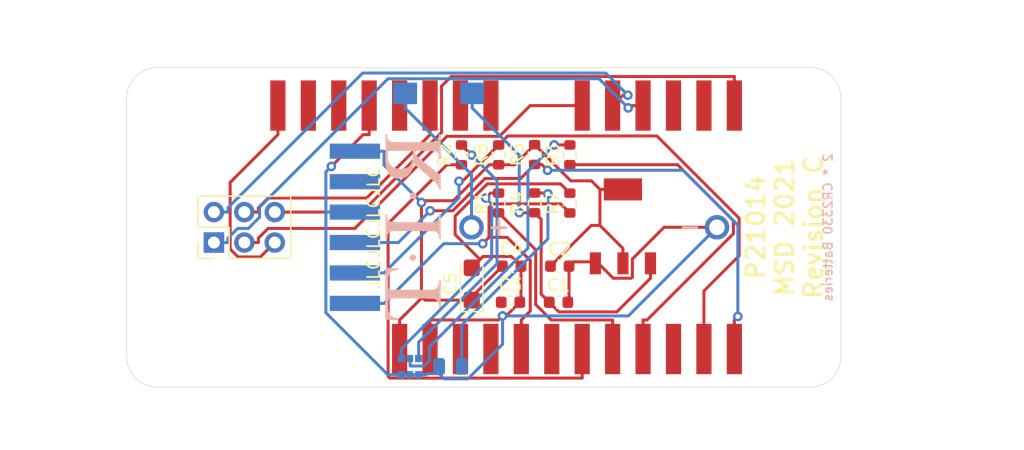
<source format=kicad_pcb>
(kicad_pcb (version 20171130) (host pcbnew "(5.1.9)-1")

  (general
    (thickness 1.6)
    (drawings 24)
    (tracks 228)
    (zones 0)
    (modules 29)
    (nets 34)
  )

  (page A4)
  (layers
    (0 F.Cu signal)
    (31 B.Cu signal)
    (32 B.Adhes user)
    (33 F.Adhes user)
    (34 B.Paste user)
    (35 F.Paste user)
    (36 B.SilkS user)
    (37 F.SilkS user)
    (38 B.Mask user)
    (39 F.Mask user)
    (40 Dwgs.User user)
    (41 Cmts.User user)
    (42 Eco1.User user)
    (43 Eco2.User user)
    (44 Edge.Cuts user)
    (45 Margin user)
    (46 B.CrtYd user)
    (47 F.CrtYd user)
    (48 B.Fab user)
    (49 F.Fab user)
  )

  (setup
    (last_trace_width 0.25)
    (trace_clearance 0.2)
    (zone_clearance 0.508)
    (zone_45_only no)
    (trace_min 0.2)
    (via_size 0.8)
    (via_drill 0.4)
    (via_min_size 0.4)
    (via_min_drill 0.3)
    (uvia_size 0.3)
    (uvia_drill 0.1)
    (uvias_allowed no)
    (uvia_min_size 0.2)
    (uvia_min_drill 0.1)
    (edge_width 0.05)
    (segment_width 0.2)
    (pcb_text_width 0.3)
    (pcb_text_size 1.5 1.5)
    (mod_edge_width 0.12)
    (mod_text_size 1 1)
    (mod_text_width 0.15)
    (pad_size 1.524 1.524)
    (pad_drill 0.762)
    (pad_to_mask_clearance 0)
    (aux_axis_origin 0 0)
    (visible_elements 7FFFFFFF)
    (pcbplotparams
      (layerselection 0x010fc_ffffffff)
      (usegerberextensions false)
      (usegerberattributes true)
      (usegerberadvancedattributes true)
      (creategerberjobfile true)
      (excludeedgelayer true)
      (linewidth 0.100000)
      (plotframeref false)
      (viasonmask false)
      (mode 1)
      (useauxorigin false)
      (hpglpennumber 1)
      (hpglpenspeed 20)
      (hpglpendiameter 15.000000)
      (psnegative false)
      (psa4output false)
      (plotreference true)
      (plotvalue true)
      (plotinvisibletext false)
      (padsonsilk false)
      (subtractmaskfromsilk false)
      (outputformat 1)
      (mirror false)
      (drillshape 0)
      (scaleselection 1)
      (outputdirectory "../##Gerber/RevC/"))
  )

  (net 0 "")
  (net 1 GNDREF)
  (net 2 "Net-(BT1-Pad1)")
  (net 3 +BATT)
  (net 4 +5V)
  (net 5 "Net-(C3-Pad1)")
  (net 6 "Net-(D1-Pad1)")
  (net 7 "Net-(D1-Pad3)")
  (net 8 "Net-(D1-Pad2)")
  (net 9 "Net-(D2-Pad2)")
  (net 10 /SCL)
  (net 11 /RST)
  (net 12 /SDA)
  (net 13 /IMU_A/3v)
  (net 14 "Net-(J3-Pad1)")
  (net 15 "Net-(J3-Pad2)")
  (net 16 "Net-(J3-Pad3)")
  (net 17 "Net-(J3-Pad4)")
  (net 18 "Net-(J3-Pad5)")
  (net 19 "Net-(J3-Pad6)")
  (net 20 "Net-(J4-Pad2)")
  (net 21 "Net-(J4-Pad3)")
  (net 22 "Net-(J4-Pad5)")
  (net 23 "Net-(J4-Pad8)")
  (net 24 "Net-(J4-Pad7)")
  (net 25 "Net-(J5-Pad4)")
  (net 26 "Net-(J5-Pad3)")
  (net 27 "Net-(J5-Pad6)")
  (net 28 /Feather_Board/GREEN)
  (net 29 "Net-(J5-Pad10)")
  (net 30 /Feather_Board/RED)
  (net 31 /Feather_Board/BLUE)
  (net 32 "Net-(J6-Pad4)")
  (net 33 "Net-(J6-Pad5)")

  (net_class Default "This is the default net class."
    (clearance 0.2)
    (trace_width 0.25)
    (via_dia 0.8)
    (via_drill 0.4)
    (uvia_dia 0.3)
    (uvia_drill 0.1)
    (add_net +5V)
    (add_net +BATT)
    (add_net /Feather_Board/BLUE)
    (add_net /Feather_Board/GREEN)
    (add_net /Feather_Board/RED)
    (add_net /IMU_A/3v)
    (add_net /RST)
    (add_net /SCL)
    (add_net /SDA)
    (add_net GNDREF)
    (add_net "Net-(BT1-Pad1)")
    (add_net "Net-(C3-Pad1)")
    (add_net "Net-(D1-Pad1)")
    (add_net "Net-(D1-Pad2)")
    (add_net "Net-(D1-Pad3)")
    (add_net "Net-(D2-Pad2)")
    (add_net "Net-(J3-Pad1)")
    (add_net "Net-(J3-Pad2)")
    (add_net "Net-(J3-Pad3)")
    (add_net "Net-(J3-Pad4)")
    (add_net "Net-(J3-Pad5)")
    (add_net "Net-(J3-Pad6)")
    (add_net "Net-(J4-Pad2)")
    (add_net "Net-(J4-Pad3)")
    (add_net "Net-(J4-Pad5)")
    (add_net "Net-(J4-Pad7)")
    (add_net "Net-(J4-Pad8)")
    (add_net "Net-(J5-Pad10)")
    (add_net "Net-(J5-Pad3)")
    (add_net "Net-(J5-Pad4)")
    (add_net "Net-(J5-Pad6)")
    (add_net "Net-(J6-Pad4)")
    (add_net "Net-(J6-Pad5)")
  )

  (module 0_MSD_FPs:LED_0805_2012Metric (layer B.Cu) (tedit 6151284F) (tstamp 615A54C4)
    (at 194.24 71.77)
    (descr "LED SMD 0805 (2012 Metric), square (rectangular) end terminal, IPC_7351 nominal, (Body size source: https://docs.google.com/spreadsheets/d/1BsfQQcO9C6DZCsRaXUlFlo91Tg2WpOkGARC1WS5S8t0/edit?usp=sharing), generated with kicad-footprint-generator")
    (tags LED)
    (path /614C1039)
    (attr smd)
    (fp_text reference D2 (at 0 2.65) (layer Cmts.User)
      (effects (font (size 1 1) (thickness 0.15)))
    )
    (fp_text value LED (at 0 -2.65) (layer B.Fab)
      (effects (font (size 1 1) (thickness 0.15)) (justify mirror))
    )
    (fp_line (start 1 0.6) (end -0.7 0.6) (layer B.Fab) (width 0.1))
    (fp_line (start -0.7 0.6) (end -1 0.3) (layer B.Fab) (width 0.1))
    (fp_line (start -1 0.3) (end -1 -0.6) (layer B.Fab) (width 0.1))
    (fp_line (start -1 -0.6) (end 1 -0.6) (layer B.Fab) (width 0.1))
    (fp_line (start 1 -0.6) (end 1 0.6) (layer B.Fab) (width 0.1))
    (fp_line (start -1.68 -0.95) (end -1.68 0.95) (layer B.CrtYd) (width 0.05))
    (fp_line (start -1.68 0.95) (end 1.68 0.95) (layer B.CrtYd) (width 0.05))
    (fp_line (start 1.68 0.95) (end 1.68 -0.95) (layer B.CrtYd) (width 0.05))
    (fp_line (start 1.68 -0.95) (end -1.68 -0.95) (layer B.CrtYd) (width 0.05))
    (fp_text user %R (at 0 0) (layer B.Fab)
      (effects (font (size 1 1) (thickness 0.15)) (justify mirror))
    )
    (pad 2 smd roundrect (at 0.9375 0) (size 0.975 1.4) (layers B.Cu B.Paste B.Mask) (roundrect_rratio 0.25)
      (net 9 "Net-(D2-Pad2)"))
    (pad 1 smd roundrect (at -0.9375 0) (size 0.975 1.4) (layers B.Cu B.Paste B.Mask) (roundrect_rratio 0.25)
      (net 1 GNDREF))
    (model ${KISYS3DMOD}/LED_SMD.3dshapes/LED_0805_2012Metric.wrl
      (at (xyz 0 0 0))
      (scale (xyz 1 1 1))
      (rotate (xyz 0 0 0))
    )
  )

  (module MountingHole:MountingHole_2.5mm (layer F.Cu) (tedit 56D1B4CB) (tstamp 615A5492)
    (at 169.76 70.955)
    (descr "Mounting Hole 2.5mm, no annular")
    (tags "mounting hole 2.5mm no annular")
    (attr virtual)
    (fp_text reference MH5 (at 0 -3.5) (layer Cmts.User)
      (effects (font (size 1 1) (thickness 0.15)))
    )
    (fp_text value MountingHole_2.5mm (at -3.88 6.96) (layer F.Fab)
      (effects (font (size 1 1) (thickness 0.15)))
    )
    (fp_circle (center 0 0) (end 2.5 0) (layer Cmts.User) (width 0.15))
    (fp_circle (center 0 0) (end 2.75 0) (layer F.CrtYd) (width 0.05))
    (fp_text user %R (at 0.3 0) (layer F.Fab)
      (effects (font (size 1 1) (thickness 0.15)))
    )
    (pad 1 np_thru_hole circle (at 0 0) (size 2.5 2.5) (drill 2.5) (layers *.Cu *.Mask))
  )

  (module MountingHole:MountingHole_2.5mm (layer F.Cu) (tedit 56D1B4CB) (tstamp 615A59C6)
    (at 169.76 49.365)
    (descr "Mounting Hole 2.5mm, no annular")
    (tags "mounting hole 2.5mm no annular")
    (attr virtual)
    (fp_text reference MH6 (at 0 -3.5) (layer Cmts.User)
      (effects (font (size 1 1) (thickness 0.15)))
    )
    (fp_text value MountingHole_2.5mm (at -0.96 -7.33) (layer F.Fab)
      (effects (font (size 1 1) (thickness 0.15)))
    )
    (fp_circle (center 0 0) (end 2.5 0) (layer Cmts.User) (width 0.15))
    (fp_circle (center 0 0) (end 2.75 0) (layer F.CrtYd) (width 0.05))
    (fp_text user %R (at 0.3 0) (layer F.Fab)
      (effects (font (size 1 1) (thickness 0.15)))
    )
    (pad 1 np_thru_hole circle (at 0 0) (size 2.5 2.5) (drill 2.5) (layers *.Cu *.Mask))
  )

  (module MountingHole:MountingHole_2.5mm (layer F.Cu) (tedit 56D1B4CB) (tstamp 615A547D)
    (at 224.29 69.05)
    (descr "Mounting Hole 2.5mm, no annular")
    (tags "mounting hole 2.5mm no annular")
    (attr virtual)
    (fp_text reference MH4 (at 0 -3.5) (layer Cmts.User)
      (effects (font (size 1 1) (thickness 0.15)))
    )
    (fp_text value MountingHole_2.5mm (at 1.01 6.36) (layer F.Fab)
      (effects (font (size 1 1) (thickness 0.15)))
    )
    (fp_circle (center 0 0) (end 2.5 0) (layer Cmts.User) (width 0.15))
    (fp_circle (center 0 0) (end 2.75 0) (layer F.CrtYd) (width 0.05))
    (fp_text user %R (at 0.3 0) (layer F.Fab)
      (effects (font (size 1 1) (thickness 0.15)))
    )
    (pad 1 np_thru_hole circle (at 0 0) (size 2.5 2.5) (drill 2.5) (layers *.Cu *.Mask))
  )

  (module MountingHole:MountingHole_2.5mm (layer F.Cu) (tedit 56D1B4CB) (tstamp 615A5372)
    (at 176.03 69.05)
    (descr "Mounting Hole 2.5mm, no annular")
    (tags "mounting hole 2.5mm no annular")
    (attr virtual)
    (fp_text reference MH3 (at 0 -3.5) (layer Cmts.User)
      (effects (font (size 1 1) (thickness 0.15)))
    )
    (fp_text value MountingHole_2.5mm (at -3.14 5.85) (layer F.Fab)
      (effects (font (size 1 1) (thickness 0.15)))
    )
    (fp_circle (center 0 0) (end 2.5 0) (layer Cmts.User) (width 0.15))
    (fp_circle (center 0 0) (end 2.75 0) (layer F.CrtYd) (width 0.05))
    (fp_text user %R (at 0.3 0) (layer F.Fab)
      (effects (font (size 1 1) (thickness 0.15)))
    )
    (pad 1 np_thru_hole circle (at 0 0) (size 2.5 2.5) (drill 2.5) (layers *.Cu *.Mask))
  )

  (module MountingHole:MountingHole_2.5mm (layer F.Cu) (tedit 56D1B4CB) (tstamp 615A5468)
    (at 224.29 51.27)
    (descr "Mounting Hole 2.5mm, no annular")
    (tags "mounting hole 2.5mm no annular")
    (attr virtual)
    (fp_text reference MH2 (at 0 -3.5) (layer Cmts.User)
      (effects (font (size 1 1) (thickness 0.15)))
    )
    (fp_text value MountingHole_2.5mm (at -1.06 -6.58) (layer F.Fab)
      (effects (font (size 1 1) (thickness 0.15)))
    )
    (fp_circle (center 0 0) (end 2.5 0) (layer Cmts.User) (width 0.15))
    (fp_circle (center 0 0) (end 2.75 0) (layer F.CrtYd) (width 0.05))
    (fp_text user %R (at 0.3 0) (layer F.Fab)
      (effects (font (size 1 1) (thickness 0.15)))
    )
    (pad 1 np_thru_hole circle (at 0 0) (size 2.5 2.5) (drill 2.5) (layers *.Cu *.Mask))
  )

  (module MountingHole:MountingHole_2.5mm (layer F.Cu) (tedit 56D1B4CB) (tstamp 615A535D)
    (at 176.03 51.27)
    (descr "Mounting Hole 2.5mm, no annular")
    (tags "mounting hole 2.5mm no annular")
    (attr virtual)
    (fp_text reference MH1 (at 0 -3.5) (layer Cmts.User)
      (effects (font (size 1 1) (thickness 0.15)))
    )
    (fp_text value MountingHole_2.5mm (at -0.64 -6.51) (layer F.Fab)
      (effects (font (size 1 1) (thickness 0.15)))
    )
    (fp_circle (center 0 0) (end 2.5 0) (layer Cmts.User) (width 0.15))
    (fp_circle (center 0 0) (end 2.75 0) (layer F.CrtYd) (width 0.05))
    (fp_text user %R (at 0.3 0) (layer F.Fab)
      (effects (font (size 1 1) (thickness 0.15)))
    )
    (pad 1 np_thru_hole circle (at 0 0) (size 2.5 2.5) (drill 2.5) (layers *.Cu *.Mask))
  )

  (module 0_MSD_FPs:AJS-Coin-Cell_1027-Digikey (layer B.Cu) (tedit 6151220B) (tstamp 615A544B)
    (at 196 60.16)
    (path /6149E215)
    (fp_text reference BT1 (at 11.74 1.99) (layer Cmts.User)
      (effects (font (size 1 1) (thickness 0.15)))
    )
    (fp_text value Battery_Cell (at 3.16 2.29) (layer Cmts.User)
      (effects (font (size 1 1) (thickness 0.15)))
    )
    (fp_line (start -6 14) (end 26.5 14) (layer B.CrtYd) (width 0.12))
    (fp_line (start 26.5 14) (end 26.5 -14) (layer B.CrtYd) (width 0.12))
    (fp_line (start 26.5 -14) (end -6 -14) (layer B.CrtYd) (width 0.12))
    (fp_line (start -6 -14) (end -6 14) (layer B.CrtYd) (width 0.12))
    (fp_text user - (at 18.23 -0.07) (layer B.SilkS)
      (effects (font (size 1.5 1.5) (thickness 0.25)) (justify mirror))
    )
    (fp_text user + (at 2.28 -0.08) (layer B.SilkS)
      (effects (font (size 1.5 1.5) (thickness 0.25)) (justify mirror))
    )
    (pad 2 thru_hole circle (at 20.49 0) (size 2.04 2.04) (drill 1.3) (layers *.Cu *.Mask)
      (net 1 GNDREF))
    (pad 1 thru_hole circle (at 0 0) (size 2.04 2.04) (drill 1.3) (layers *.Cu *.Mask)
      (net 2 "Net-(BT1-Pad1)"))
    (model C:/Users/Adam/Documents/#Code/Basketball_Shot_Trainer/Board/#Parts/keystone-PN1027.STEP
      (offset (xyz 15 0 2.5))
      (scale (xyz 1 1 1))
      (rotate (xyz -90 0 90))
    )
  )

  (module 0_MSD_FPs:RIT_Logo (layer B.Cu) (tedit 0) (tstamp 615193D2)
    (at 191.12 60.16 270)
    (fp_text reference G55 (at 0 0 270) (layer B.SilkS) hide
      (effects (font (size 1.524 1.524) (thickness 0.3)) (justify mirror))
    )
    (fp_text value LOGO (at 0.41 0.16 270) (layer B.SilkS) hide
      (effects (font (size 1.524 1.524) (thickness 0.3)) (justify mirror))
    )
    (fp_poly (pts (xy -7.601373 2.307178) (xy -7.556845 2.305972) (xy -7.501524 2.304477) (xy -7.438159 2.302769)
      (xy -7.369497 2.30092) (xy -7.298288 2.299005) (xy -7.227281 2.297098) (xy -7.1628 2.295368)
      (xy -7.014933 2.291865) (xy -6.8695 2.28932) (xy -6.728279 2.28774) (xy -6.593046 2.287132)
      (xy -6.465577 2.287501) (xy -6.34765 2.288854) (xy -6.24104 2.291199) (xy -6.21792 2.291891)
      (xy -6.168204 2.293515) (xy -6.122247 2.295111) (xy -6.081992 2.296607) (xy -6.049383 2.297925)
      (xy -6.026363 2.298992) (xy -6.014878 2.299731) (xy -6.01472 2.299749) (xy -6.003956 2.300378)
      (xy -5.981422 2.301236) (xy -5.948891 2.30227) (xy -5.908138 2.30343) (xy -5.860936 2.304663)
      (xy -5.809059 2.305917) (xy -5.78104 2.306556) (xy -5.597796 2.30754) (xy -5.426209 2.301996)
      (xy -5.266027 2.28985) (xy -5.116999 2.27103) (xy -4.978872 2.245462) (xy -4.851394 2.213074)
      (xy -4.734314 2.173793) (xy -4.627378 2.127545) (xy -4.530336 2.074258) (xy -4.442934 2.01386)
      (xy -4.364921 1.946276) (xy -4.302094 1.878729) (xy -4.244164 1.802532) (xy -4.195633 1.722748)
      (xy -4.1556 1.637357) (xy -4.123165 1.544339) (xy -4.097428 1.441675) (xy -4.089651 1.40208)
      (xy -4.083464 1.35843) (xy -4.078798 1.30511) (xy -4.075675 1.245242) (xy -4.074116 1.181944)
      (xy -4.074144 1.118336) (xy -4.075779 1.057539) (xy -4.079044 1.002672) (xy -4.08396 0.956855)
      (xy -4.086443 0.941493) (xy -4.107799 0.842303) (xy -4.134072 0.752749) (xy -4.166493 0.669432)
      (xy -4.20629 0.588953) (xy -4.227368 0.552026) (xy -4.292272 0.455939) (xy -4.368498 0.367105)
      (xy -4.455785 0.285757) (xy -4.553871 0.212127) (xy -4.662491 0.146447) (xy -4.716931 0.118477)
      (xy -4.778733 0.089625) (xy -4.83859 0.064525) (xy -4.898614 0.042594) (xy -4.960912 0.02325)
      (xy -5.027594 0.005911) (xy -5.100769 -0.010004) (xy -5.182547 -0.025078) (xy -5.275035 -0.039893)
      (xy -5.30926 -0.044969) (xy -5.3239 -0.047886) (xy -5.327231 -0.052187) (xy -5.322048 -0.059698)
      (xy -5.316412 -0.066172) (xy -5.302429 -0.082223) (xy -5.280652 -0.107212) (xy -5.251635 -0.140506)
      (xy -5.215932 -0.181467) (xy -5.174098 -0.229461) (xy -5.126687 -0.283852) (xy -5.074253 -0.344003)
      (xy -5.017349 -0.40928) (xy -4.956531 -0.479046) (xy -4.892352 -0.552666) (xy -4.825367 -0.629504)
      (xy -4.77186 -0.69088) (xy -4.697975 -0.775637) (xy -4.623093 -0.86155) (xy -4.548096 -0.947605)
      (xy -4.47387 -1.032786) (xy -4.401299 -1.116078) (xy -4.331267 -1.196466) (xy -4.264659 -1.272936)
      (xy -4.202358 -1.344471) (xy -4.145249 -1.410057) (xy -4.094217 -1.468678) (xy -4.050145 -1.51932)
      (xy -4.013917 -1.560967) (xy -4.007779 -1.568027) (xy -3.937116 -1.648929) (xy -3.874344 -1.719968)
      (xy -3.81883 -1.781807) (xy -3.769939 -1.835111) (xy -3.727038 -1.880545) (xy -3.689493 -1.918773)
      (xy -3.65667 -1.95046) (xy -3.627937 -1.97627) (xy -3.60266 -1.996868) (xy -3.589867 -2.00631)
      (xy -3.51312 -2.053249) (xy -3.426675 -2.092101) (xy -3.329952 -2.123095) (xy -3.24612 -2.142131)
      (xy -3.16992 -2.156713) (xy -3.16992 -2.31648) (xy -3.21564 -2.31635) (xy -3.237817 -2.315942)
      (xy -3.270178 -2.314894) (xy -3.309382 -2.313337) (xy -3.35209 -2.3114) (xy -3.38328 -2.309836)
      (xy -3.475202 -2.305095) (xy -3.555238 -2.301171) (xy -3.625023 -2.298055) (xy -3.686194 -2.295738)
      (xy -3.740387 -2.294208) (xy -3.789236 -2.293457) (xy -3.834377 -2.293475) (xy -3.877446 -2.294252)
      (xy -3.920079 -2.295777) (xy -3.963912 -2.298042) (xy -4.010579 -2.301036) (xy -4.061716 -2.30475)
      (xy -4.07416 -2.305696) (xy -4.098611 -2.307326) (xy -4.132556 -2.309266) (xy -4.171952 -2.311299)
      (xy -4.212758 -2.313209) (xy -4.223173 -2.313662) (xy -4.324773 -2.318003) (xy -4.477546 -2.129282)
      (xy -4.501089 -2.100171) (xy -4.532441 -2.061363) (xy -4.570914 -2.01371) (xy -4.615819 -1.958065)
      (xy -4.66647 -1.895281) (xy -4.722177 -1.826212) (xy -4.782254 -1.751709) (xy -4.846013 -1.672627)
      (xy -4.912765 -1.589817) (xy -4.981823 -1.504134) (xy -5.052499 -1.41643) (xy -5.124105 -1.327559)
      (xy -5.195029 -1.23952) (xy -5.291376 -1.119937) (xy -5.379633 -1.010457) (xy -5.460184 -0.910613)
      (xy -5.533415 -0.819942) (xy -5.599711 -0.737979) (xy -5.659459 -0.664258) (xy -5.713043 -0.598316)
      (xy -5.76085 -0.539687) (xy -5.803264 -0.487906) (xy -5.840671 -0.442509) (xy -5.873457 -0.403031)
      (xy -5.902008 -0.369006) (xy -5.926708 -0.339971) (xy -5.947943 -0.315459) (xy -5.9661 -0.295008)
      (xy -5.981562 -0.278151) (xy -5.994717 -0.264424) (xy -6.005949 -0.253361) (xy -6.015644 -0.244499)
      (xy -6.024187 -0.237373) (xy -6.029736 -0.233134) (xy -6.058604 -0.214095) (xy -6.088861 -0.199225)
      (xy -6.122975 -0.187851) (xy -6.163413 -0.179301) (xy -6.212642 -0.172902) (xy -6.267547 -0.168356)
      (xy -6.309201 -0.165709) (xy -6.339294 -0.164326) (xy -6.359758 -0.164241) (xy -6.372523 -0.165484)
      (xy -6.379519 -0.168089) (xy -6.38171 -0.17026) (xy -6.382684 -0.178379) (xy -6.383499 -0.198929)
      (xy -6.384161 -0.230795) (xy -6.384676 -0.272863) (xy -6.385051 -0.324019) (xy -6.38529 -0.383146)
      (xy -6.3854 -0.449132) (xy -6.385387 -0.520861) (xy -6.385258 -0.597218) (xy -6.385017 -0.67709)
      (xy -6.384672 -0.75936) (xy -6.384228 -0.842916) (xy -6.383691 -0.926641) (xy -6.383068 -1.009422)
      (xy -6.382363 -1.090143) (xy -6.381584 -1.167691) (xy -6.380736 -1.24095) (xy -6.379825 -1.308806)
      (xy -6.378858 -1.370144) (xy -6.37784 -1.42385) (xy -6.376778 -1.468808) (xy -6.375676 -1.503905)
      (xy -6.374543 -1.528026) (xy -6.37436 -1.530774) (xy -6.36761 -1.618965) (xy -6.360628 -1.694799)
      (xy -6.353246 -1.759467) (xy -6.345299 -1.814157) (xy -6.336622 -1.860059) (xy -6.327047 -1.898363)
      (xy -6.319966 -1.920599) (xy -6.294804 -1.976878) (xy -6.261605 -2.023937) (xy -6.219225 -2.062833)
      (xy -6.16652 -2.09462) (xy -6.104318 -2.119705) (xy -6.067026 -2.13052) (xy -6.025656 -2.139292)
      (xy -5.978075 -2.146312) (xy -5.922152 -2.15187) (xy -5.855754 -2.156254) (xy -5.823373 -2.157854)
      (xy -5.73024 -2.162081) (xy -5.73024 -2.318395) (xy -5.914813 -2.313905) (xy -5.968316 -2.312544)
      (xy -6.021712 -2.311076) (xy -6.072195 -2.309587) (xy -6.116957 -2.308161) (xy -6.153193 -2.306885)
      (xy -6.173893 -2.306041) (xy -6.240965 -2.303241) (xy -6.313071 -2.300659) (xy -6.388186 -2.298335)
      (xy -6.464285 -2.296308) (xy -6.539341 -2.29462) (xy -6.61133 -2.293311) (xy -6.678226 -2.292422)
      (xy -6.738003 -2.291993) (xy -6.788635 -2.292064) (xy -6.828098 -2.292677) (xy -6.833462 -2.292835)
      (xy -6.905387 -2.295111) (xy -6.981213 -2.297445) (xy -7.05958 -2.299799) (xy -7.139129 -2.302138)
      (xy -7.218503 -2.304423) (xy -7.296341 -2.306619) (xy -7.371285 -2.308686) (xy -7.441976 -2.31059)
      (xy -7.507055 -2.312291) (xy -7.565163 -2.313754) (xy -7.614942 -2.314941) (xy -7.655032 -2.315815)
      (xy -7.684075 -2.316338) (xy -7.698871 -2.31648) (xy -7.76224 -2.31648) (xy -7.76224 -2.162681)
      (xy -7.710418 -2.158301) (xy -7.676129 -2.156002) (xy -7.638727 -2.154401) (xy -7.610512 -2.15388)
      (xy -7.580886 -2.152736) (xy -7.54452 -2.149731) (xy -7.508 -2.145441) (xy -7.49808 -2.144003)
      (xy -7.418202 -2.127922) (xy -7.349914 -2.105583) (xy -7.292527 -2.076442) (xy -7.245349 -2.039959)
      (xy -7.207691 -1.995591) (xy -7.178862 -1.942796) (xy -7.15817 -1.881031) (xy -7.156974 -1.876214)
      (xy -7.14811 -1.832859) (xy -7.139639 -1.778201) (xy -7.131784 -1.714481) (xy -7.12477 -1.643939)
      (xy -7.118821 -1.568819) (xy -7.114162 -1.491361) (xy -7.111178 -1.419014) (xy -7.110754 -1.398364)
      (xy -7.110368 -1.365133) (xy -7.110021 -1.320135) (xy -7.109711 -1.264185) (xy -7.109439 -1.198098)
      (xy -7.109202 -1.122689) (xy -7.109001 -1.038773) (xy -7.108835 -0.947166) (xy -7.108702 -0.848682)
      (xy -7.108603 -0.744136) (xy -7.108536 -0.634343) (xy -7.108501 -0.520119) (xy -7.108497 -0.402277)
      (xy -7.108523 -0.281634) (xy -7.108578 -0.159005) (xy -7.108662 -0.035203) (xy -7.108775 0.088955)
      (xy -7.108914 0.212655) (xy -7.10908 0.335081) (xy -7.109272 0.45542) (xy -7.109335 0.489825)
      (xy -6.386207 0.489825) (xy -6.38618 0.40166) (xy -6.386111 0.320976) (xy -6.386 0.248537)
      (xy -6.385849 0.185105) (xy -6.385658 0.131443) (xy -6.385428 0.088313) (xy -6.385161 0.056478)
      (xy -6.384856 0.0367) (xy -6.384532 0.02977) (xy -6.378401 0.026422) (xy -6.362355 0.024411)
      (xy -6.335263 0.023672) (xy -6.295998 0.024143) (xy -6.287863 0.024343) (xy -6.25262 0.025225)
      (xy -6.207415 0.026301) (xy -6.155829 0.02749) (xy -6.101445 0.028709) (xy -6.047845 0.029876)
      (xy -6.031653 0.030221) (xy -5.883841 0.036216) (xy -5.74804 0.047875) (xy -5.623835 0.065475)
      (xy -5.510807 0.089293) (xy -5.408541 0.119608) (xy -5.316618 0.156695) (xy -5.234622 0.200833)
      (xy -5.162134 0.252298) (xy -5.098739 0.311368) (xy -5.044018 0.37832) (xy -4.997555 0.453432)
      (xy -4.958933 0.53698) (xy -4.927733 0.629242) (xy -4.903539 0.730495) (xy -4.893629 0.786537)
      (xy -4.888251 0.829847) (xy -4.883901 0.883184) (xy -4.880668 0.94306) (xy -4.878641 1.005986)
      (xy -4.877909 1.068475) (xy -4.878559 1.127039) (xy -4.880681 1.178191) (xy -4.882965 1.206538)
      (xy -4.901305 1.329598) (xy -4.929934 1.445144) (xy -4.968555 1.552764) (xy -5.016871 1.652051)
      (xy -5.074583 1.742593) (xy -5.141394 1.823983) (xy -5.217007 1.895809) (xy -5.301124 1.957664)
      (xy -5.393447 2.009137) (xy -5.493679 2.049818) (xy -5.49656 2.050786) (xy -5.5382 2.063946)
      (xy -5.578771 2.074997) (xy -5.619943 2.084117) (xy -5.663387 2.091485) (xy -5.710772 2.097278)
      (xy -5.763769 2.101673) (xy -5.824046 2.10485) (xy -5.893275 2.106985) (xy -5.973125 2.108257)
      (xy -6.040528 2.10875) (xy -6.108593 2.109037) (xy -6.164491 2.109078) (xy -6.209602 2.108673)
      (xy -6.245307 2.107624) (xy -6.272985 2.10573) (xy -6.294016 2.102791) (xy -6.30978 2.098609)
      (xy -6.321658 2.092984) (xy -6.331029 2.085716) (xy -6.339273 2.076605) (xy -6.34777 2.065453)
      (xy -6.348715 2.06418) (xy -6.353475 2.057988) (xy -6.357785 2.052418) (xy -6.361667 2.046801)
      (xy -6.365146 2.040468) (xy -6.368244 2.03275) (xy -6.370986 2.022979) (xy -6.373395 2.010484)
      (xy -6.375495 1.994598) (xy -6.377309 1.97465) (xy -6.378861 1.949973) (xy -6.380174 1.919896)
      (xy -6.381273 1.883752) (xy -6.38218 1.84087) (xy -6.382919 1.790582) (xy -6.383514 1.732219)
      (xy -6.383989 1.665111) (xy -6.384367 1.588591) (xy -6.384671 1.501988) (xy -6.384926 1.404634)
      (xy -6.385154 1.295859) (xy -6.38538 1.174995) (xy -6.385627 1.041373) (xy -6.385674 1.016192)
      (xy -6.385873 0.902055) (xy -6.386024 0.791588) (xy -6.38613 0.685552) (xy -6.38619 0.58471)
      (xy -6.386207 0.489825) (xy -7.109335 0.489825) (xy -7.109489 0.572854) (xy -7.10973 0.686571)
      (xy -7.109994 0.795754) (xy -7.110282 0.899588) (xy -7.110591 0.997259) (xy -7.110922 1.087952)
      (xy -7.111273 1.170852) (xy -7.111644 1.245142) (xy -7.112035 1.31001) (xy -7.112443 1.364639)
      (xy -7.112869 1.408214) (xy -7.113313 1.439921) (xy -7.113772 1.458944) (xy -7.113799 1.459653)
      (xy -7.119756 1.572708) (xy -7.128005 1.673477) (xy -7.138516 1.76176) (xy -7.151257 1.837355)
      (xy -7.166199 1.900061) (xy -7.183309 1.949677) (xy -7.191492 1.96726) (xy -7.206136 1.989179)
      (xy -7.228334 2.014982) (xy -7.254419 2.040966) (xy -7.280725 2.063427) (xy -7.299585 2.076441)
      (xy -7.347041 2.099906) (xy -7.401303 2.11831) (xy -7.46373 2.131912) (xy -7.535675 2.140968)
      (xy -7.618496 2.145737) (xy -7.669107 2.146625) (xy -7.76224 2.147146) (xy -7.76224 2.311543)
      (xy -7.601373 2.307178)) (layer B.SilkS) (width 0.01))
    (fp_poly (pts (xy 0.97536 2.147146) (xy 0.889 2.147127) (xy 0.787702 2.143713) (xy 0.697803 2.133383)
      (xy 0.618936 2.115942) (xy 0.550736 2.091189) (xy 0.492837 2.058927) (xy 0.444871 2.018957)
      (xy 0.406475 1.971081) (xy 0.37728 1.915101) (xy 0.359196 1.860099) (xy 0.34646 1.801172)
      (xy 0.335233 1.730494) (xy 0.325724 1.649797) (xy 0.318141 1.560812) (xy 0.313367 1.479973)
      (xy 0.31286 1.462578) (xy 0.312366 1.432329) (xy 0.311888 1.389919) (xy 0.311429 1.336042)
      (xy 0.31099 1.271389) (xy 0.310574 1.196654) (xy 0.310183 1.112529) (xy 0.30982 1.019708)
      (xy 0.309488 0.918884) (xy 0.309187 0.810749) (xy 0.308922 0.695996) (xy 0.308693 0.575318)
      (xy 0.308504 0.449408) (xy 0.308357 0.318959) (xy 0.308254 0.184664) (xy 0.308197 0.047215)
      (xy 0.308187 -0.044027) (xy 0.30819 -0.212706) (xy 0.308208 -0.368436) (xy 0.308252 -0.511814)
      (xy 0.308331 -0.643436) (xy 0.308456 -0.7639) (xy 0.308639 -0.873804) (xy 0.308889 -0.973743)
      (xy 0.309217 -1.064315) (xy 0.309635 -1.146118) (xy 0.310152 -1.219749) (xy 0.31078 -1.285804)
      (xy 0.311529 -1.344881) (xy 0.312409 -1.397577) (xy 0.313431 -1.444489) (xy 0.314607 -1.486214)
      (xy 0.315946 -1.52335) (xy 0.317459 -1.556493) (xy 0.319157 -1.58624) (xy 0.321051 -1.61319)
      (xy 0.323151 -1.637938) (xy 0.325467 -1.661082) (xy 0.328011 -1.683219) (xy 0.330794 -1.704947)
      (xy 0.333825 -1.726862) (xy 0.337115 -1.749562) (xy 0.338813 -1.761067) (xy 0.349884 -1.826482)
      (xy 0.362445 -1.880592) (xy 0.377395 -1.925628) (xy 0.395633 -1.963819) (xy 0.418059 -1.997395)
      (xy 0.445572 -2.028585) (xy 0.447496 -2.030521) (xy 0.484036 -2.062147) (xy 0.525814 -2.088576)
      (xy 0.574115 -2.110183) (xy 0.63022 -2.127342) (xy 0.695414 -2.140428) (xy 0.770981 -2.149816)
      (xy 0.858204 -2.155879) (xy 0.880533 -2.156863) (xy 0.914128 -2.158202) (xy 0.942428 -2.159334)
      (xy 0.962907 -2.160157) (xy 0.973038 -2.16057) (xy 0.973667 -2.160598) (xy 0.974333 -2.166965)
      (xy 0.974876 -2.1842) (xy 0.975238 -2.209625) (xy 0.97536 -2.238587) (xy 0.97536 -2.31648)
      (xy 0.914033 -2.31648) (xy 0.895585 -2.316271) (xy 0.865109 -2.315673) (xy 0.824118 -2.314728)
      (xy 0.774124 -2.31348) (xy 0.716639 -2.311973) (xy 0.653176 -2.310248) (xy 0.585247 -2.308349)
      (xy 0.514365 -2.306319) (xy 0.442041 -2.304202) (xy 0.369788 -2.302039) (xy 0.299118 -2.299875)
      (xy 0.231544 -2.297753) (xy 0.168578 -2.295715) (xy 0.111732 -2.293804) (xy 0.08441 -2.292851)
      (xy 0.051754 -2.292179) (xy 0.007424 -2.291993) (xy -0.046719 -2.292258) (xy -0.108813 -2.292938)
      (xy -0.176995 -2.293998) (xy -0.249403 -2.295402) (xy -0.324175 -2.297114) (xy -0.39945 -2.299098)
      (xy -0.473364 -2.301319) (xy -0.544057 -2.303741) (xy -0.602827 -2.306039) (xy -0.630183 -2.307045)
      (xy -0.668486 -2.308258) (xy -0.71514 -2.309605) (xy -0.767546 -2.311014) (xy -0.823109 -2.312413)
      (xy -0.879231 -2.313731) (xy -0.885613 -2.313874) (xy -1.090507 -2.318452) (xy -1.090507 -2.162681)
      (xy -1.038685 -2.158301) (xy -1.004396 -2.156002) (xy -0.966994 -2.154401) (xy -0.938778 -2.15388)
      (xy -0.884729 -2.151125) (xy -0.825016 -2.143595) (xy -0.765559 -2.13227) (xy -0.712279 -2.118131)
      (xy -0.701581 -2.114605) (xy -0.635629 -2.085834) (xy -0.580247 -2.048613) (xy -0.535385 -2.002897)
      (xy -0.500989 -1.948642) (xy -0.496704 -1.939709) (xy -0.482228 -1.900662) (xy -0.468859 -1.849115)
      (xy -0.456759 -1.78608) (xy -0.446086 -1.712569) (xy -0.437 -1.629596) (xy -0.429662 -1.538173)
      (xy -0.4273 -1.500294) (xy -0.426735 -1.483613) (xy -0.42621 -1.454411) (xy -0.425726 -1.413452)
      (xy -0.425282 -1.361498) (xy -0.424877 -1.29931) (xy -0.42451 -1.227653) (xy -0.424183 -1.147286)
      (xy -0.423893 -1.058975) (xy -0.423641 -0.96348) (xy -0.423426 -0.861564) (xy -0.423248 -0.753989)
      (xy -0.423106 -0.641519) (xy -0.423 -0.524915) (xy -0.42293 -0.40494) (xy -0.422894 -0.282356)
      (xy -0.422894 -0.157926) (xy -0.422927 -0.032412) (xy -0.422995 0.093424) (xy -0.423095 0.218819)
      (xy -0.423229 0.34301) (xy -0.423395 0.465236) (xy -0.423593 0.584733) (xy -0.423823 0.70074)
      (xy -0.424084 0.812493) (xy -0.424376 0.919232) (xy -0.424698 1.020192) (xy -0.42505 1.114612)
      (xy -0.425431 1.201729) (xy -0.425842 1.280781) (xy -0.426281 1.351006) (xy -0.426749 1.411641)
      (xy -0.427244 1.461923) (xy -0.427767 1.50109) (xy -0.428317 1.52838) (xy -0.428893 1.54303)
      (xy -0.429005 1.54432) (xy -0.431805 1.570851) (xy -0.435357 1.605247) (xy -0.439085 1.641891)
      (xy -0.440851 1.659466) (xy -0.451554 1.747653) (xy -0.464778 1.82289) (xy -0.480611 1.885555)
      (xy -0.499143 1.936026) (xy -0.512409 1.962014) (xy -0.533456 1.99068) (xy -0.562942 2.021399)
      (xy -0.596941 2.050688) (xy -0.631527 2.075067) (xy -0.653491 2.087116) (xy -0.718515 2.11168)
      (xy -0.794732 2.129928) (xy -0.881277 2.141712) (xy -0.977282 2.146884) (xy -1.004147 2.147127)
      (xy -1.090507 2.147146) (xy -1.090507 2.311541) (xy -0.946573 2.307137) (xy -0.822574 2.3033)
      (xy -0.705308 2.299576) (xy -0.589086 2.295782) (xy -0.468213 2.291732) (xy -0.39624 2.289278)
      (xy -0.352809 2.28811) (xy -0.299967 2.28721) (xy -0.239648 2.28657) (xy -0.173785 2.286181)
      (xy -0.104314 2.286035) (xy -0.033167 2.286125) (xy 0.037719 2.286441) (xy 0.106412 2.286976)
      (xy 0.170977 2.287722) (xy 0.22948 2.288669) (xy 0.279986 2.289811) (xy 0.320562 2.291138)
      (xy 0.346257 2.292436) (xy 0.368094 2.293579) (xy 0.400633 2.294906) (xy 0.441028 2.29632)
      (xy 0.486439 2.297723) (xy 0.534021 2.299016) (xy 0.54864 2.299377) (xy 0.604536 2.300775)
      (xy 0.666832 2.302423) (xy 0.730454 2.304182) (xy 0.790326 2.30591) (xy 0.8382 2.307367)
      (xy 0.97536 2.311693) (xy 0.97536 2.147146)) (layer B.SilkS) (width 0.01))
    (fp_poly (pts (xy 5.7566 2.309704) (xy 5.945957 2.309695) (xy 6.122643 2.309677) (xy 6.287094 2.309648)
      (xy 6.439749 2.309604) (xy 6.581044 2.309545) (xy 6.711417 2.309467) (xy 6.831305 2.309368)
      (xy 6.941146 2.309246) (xy 7.041378 2.309097) (xy 7.132438 2.308921) (xy 7.214763 2.308713)
      (xy 7.28879 2.308473) (xy 7.354958 2.308197) (xy 7.413703 2.307883) (xy 7.465464 2.307529)
      (xy 7.510677 2.307132) (xy 7.549779 2.306689) (xy 7.58321 2.3062) (xy 7.611405 2.30566)
      (xy 7.634802 2.305068) (xy 7.653839 2.304421) (xy 7.668954 2.303716) (xy 7.680583 2.302952)
      (xy 7.689164 2.302126) (xy 7.695134 2.301236) (xy 7.698932 2.300278) (xy 7.700994 2.299251)
      (xy 7.701758 2.298153) (xy 7.701798 2.297853) (xy 7.703354 2.281312) (xy 7.704213 2.27584)
      (xy 7.705196 2.265694) (xy 7.706606 2.244732) (xy 7.70828 2.21567) (xy 7.710054 2.181227)
      (xy 7.710712 2.167466) (xy 7.712641 2.128268) (xy 7.714679 2.090099) (xy 7.716611 2.056846)
      (xy 7.718217 2.032395) (xy 7.718502 2.028613) (xy 7.719609 2.012432) (xy 7.721334 1.984567)
      (xy 7.723569 1.946863) (xy 7.726208 1.901165) (xy 7.729145 1.849315) (xy 7.732273 1.793158)
      (xy 7.735147 1.740746) (xy 7.738348 1.682481) (xy 7.74145 1.627031) (xy 7.744348 1.57621)
      (xy 7.746936 1.531832) (xy 7.749108 1.49571) (xy 7.750759 1.469658) (xy 7.751715 1.456266)
      (xy 7.753171 1.435737) (xy 7.755 1.405358) (xy 7.756993 1.368816) (xy 7.758942 1.329797)
      (xy 7.759444 1.319106) (xy 7.764062 1.2192) (xy 7.57463 1.2192) (xy 7.570209 1.281853)
      (xy 7.567828 1.312764) (xy 7.56528 1.341305) (xy 7.562995 1.362802) (xy 7.562276 1.368213)
      (xy 7.544604 1.470945) (xy 7.523565 1.561809) (xy 7.498623 1.642188) (xy 7.469245 1.713462)
      (xy 7.434893 1.777012) (xy 7.395034 1.834218) (xy 7.370158 1.863942) (xy 7.314391 1.916607)
      (xy 7.247201 1.962316) (xy 7.16885 2.000969) (xy 7.079599 2.032464) (xy 6.979711 2.056698)
      (xy 6.869446 2.073571) (xy 6.81736 2.078665) (xy 6.793767 2.079992) (xy 6.758618 2.08114)
      (xy 6.713902 2.082083) (xy 6.661607 2.082794) (xy 6.603722 2.083247) (xy 6.542238 2.083417)
      (xy 6.479142 2.083277) (xy 6.468533 2.083221) (xy 6.399082 2.082777) (xy 6.341646 2.082263)
      (xy 6.294691 2.081608) (xy 6.256685 2.080741) (xy 6.226096 2.07959) (xy 6.201391 2.078086)
      (xy 6.181039 2.076157) (xy 6.163505 2.073731) (xy 6.147259 2.070739) (xy 6.133253 2.067682)
      (xy 6.082631 2.054486) (xy 6.042718 2.040174) (xy 6.01068 2.023507) (xy 5.98368 2.003249)
      (xy 5.981793 2.001563) (xy 5.976789 1.997502) (xy 5.972136 1.994362) (xy 5.967822 1.991659)
      (xy 5.963834 1.98891) (xy 5.960161 1.985632) (xy 5.956789 1.981341) (xy 5.953707 1.975553)
      (xy 5.950903 1.967785) (xy 5.948365 1.957553) (xy 5.94608 1.944374) (xy 5.944036 1.927764)
      (xy 5.942221 1.90724) (xy 5.940623 1.882319) (xy 5.939229 1.852516) (xy 5.938028 1.817348)
      (xy 5.937007 1.776333) (xy 5.936154 1.728985) (xy 5.935457 1.674822) (xy 5.934903 1.613361)
      (xy 5.934481 1.544116) (xy 5.934179 1.466607) (xy 5.933983 1.380347) (xy 5.933882 1.284855)
      (xy 5.933864 1.179647) (xy 5.933916 1.064238) (xy 5.934027 0.938146) (xy 5.934184 0.800888)
      (xy 5.934375 0.651978) (xy 5.934587 0.490935) (xy 5.93481 0.317274) (xy 5.935012 0.145626)
      (xy 5.935221 -0.037984) (xy 5.935423 -0.208547) (xy 5.935623 -0.366565) (xy 5.935824 -0.512536)
      (xy 5.936031 -0.646961) (xy 5.936247 -0.770341) (xy 5.936476 -0.883175) (xy 5.936723 -0.985964)
      (xy 5.936991 -1.079208) (xy 5.937284 -1.163406) (xy 5.937606 -1.23906) (xy 5.937961 -1.30667)
      (xy 5.938354 -1.366735) (xy 5.938787 -1.419755) (xy 5.939264 -1.466232) (xy 5.939791 -1.506665)
      (xy 5.94037 -1.541555) (xy 5.941006 -1.571401) (xy 5.941703 -1.596703) (xy 5.942464 -1.617963)
      (xy 5.943293 -1.63568) (xy 5.944195 -1.650354) (xy 5.945173 -1.662486) (xy 5.946231 -1.672575)
      (xy 5.947374 -1.681123) (xy 5.948605 -1.688628) (xy 5.949482 -1.693334) (xy 5.968629 -1.775041)
      (xy 5.992473 -1.84512) (xy 6.021822 -1.904919) (xy 6.057485 -1.955786) (xy 6.100269 -1.999071)
      (xy 6.150983 -2.03612) (xy 6.157254 -2.039978) (xy 6.216256 -2.069844) (xy 6.287584 -2.09569)
      (xy 6.370585 -2.117369) (xy 6.464605 -2.134737) (xy 6.568989 -2.147649) (xy 6.678507 -2.155725)
      (xy 6.708987 -2.157307) (xy 6.710903 -2.237878) (xy 6.71282 -2.318449) (xy 6.48061 -2.313912)
      (xy 6.422039 -2.312716) (xy 6.364494 -2.311447) (xy 6.310224 -2.310161) (xy 6.261477 -2.308914)
      (xy 6.220501 -2.307764) (xy 6.189545 -2.306765) (xy 6.17728 -2.306288) (xy 6.000913 -2.299764)
      (xy 5.824412 -2.295567) (xy 5.645381 -2.293695) (xy 5.461423 -2.294147) (xy 5.270141 -2.296921)
      (xy 5.069139 -2.302015) (xy 4.961467 -2.305529) (xy 4.923441 -2.306761) (xy 4.875015 -2.308182)
      (xy 4.819336 -2.309709) (xy 4.759548 -2.311257) (xy 4.698795 -2.312744) (xy 4.641427 -2.314058)
      (xy 4.436533 -2.318566) (xy 4.436533 -2.15392) (xy 4.482253 -2.153437) (xy 4.510816 -2.15275)
      (xy 4.538286 -2.15146) (xy 4.555067 -2.150179) (xy 4.651579 -2.138884) (xy 4.735917 -2.125832)
      (xy 4.809383 -2.110608) (xy 4.873283 -2.092797) (xy 4.92892 -2.071984) (xy 4.977601 -2.047754)
      (xy 5.020628 -2.019692) (xy 5.055294 -1.991095) (xy 5.093891 -1.950633) (xy 5.126157 -1.904981)
      (xy 5.152577 -1.852793) (xy 5.173634 -1.792724) (xy 5.189812 -1.723425) (xy 5.201596 -1.643552)
      (xy 5.208635 -1.56464) (xy 5.209351 -1.547137) (xy 5.210033 -1.516459) (xy 5.21068 -1.472977)
      (xy 5.211291 -1.417064) (xy 5.211865 -1.34909) (xy 5.2124 -1.269427) (xy 5.212895 -1.178447)
      (xy 5.213348 -1.076521) (xy 5.213759 -0.964021) (xy 5.214124 -0.841318) (xy 5.214444 -0.708785)
      (xy 5.214717 -0.566792) (xy 5.214942 -0.415711) (xy 5.215116 -0.255913) (xy 5.215239 -0.087771)
      (xy 5.215309 0.088344) (xy 5.215326 0.220775) (xy 5.215337 0.401885) (xy 5.215353 0.569946)
      (xy 5.215364 0.725457) (xy 5.21536 0.868915) (xy 5.21533 1.00082) (xy 5.215264 1.121669)
      (xy 5.21515 1.23196) (xy 5.214979 1.332192) (xy 5.21474 1.422862) (xy 5.214422 1.50447)
      (xy 5.214014 1.577512) (xy 5.213507 1.642488) (xy 5.21289 1.699896) (xy 5.212151 1.750233)
      (xy 5.211281 1.793997) (xy 5.210268 1.831688) (xy 5.209103 1.863803) (xy 5.207774 1.89084)
      (xy 5.206272 1.913298) (xy 5.204585 1.931674) (xy 5.202703 1.946467) (xy 5.200616 1.958175)
      (xy 5.198312 1.967297) (xy 5.195782 1.974329) (xy 5.193014 1.979772) (xy 5.189999 1.984122)
      (xy 5.186725 1.987877) (xy 5.183182 1.991537) (xy 5.17936 1.9956) (xy 5.177628 1.997593)
      (xy 5.155369 2.016966) (xy 5.122767 2.035975) (xy 5.082979 2.05313) (xy 5.039161 2.066938)
      (xy 5.022427 2.070929) (xy 5.008425 2.073667) (xy 4.993035 2.075951) (xy 4.974955 2.077819)
      (xy 4.952882 2.079311) (xy 4.925512 2.080465) (xy 4.891543 2.081322) (xy 4.849673 2.08192)
      (xy 4.798598 2.082298) (xy 4.737016 2.082496) (xy 4.663624 2.082553) (xy 4.636347 2.082548)
      (xy 4.549412 2.082402) (xy 4.474492 2.081985) (xy 4.410059 2.081217) (xy 4.354581 2.08002)
      (xy 4.30653 2.078313) (xy 4.264375 2.076018) (xy 4.226586 2.073055) (xy 4.191635 2.069347)
      (xy 4.15799 2.064813) (xy 4.124123 2.059375) (xy 4.098 2.054719) (xy 4.006328 2.032957)
      (xy 3.925227 2.003207) (xy 3.854064 1.965097) (xy 3.792207 1.918254) (xy 3.739022 1.862306)
      (xy 3.71411 1.8288) (xy 3.68124 1.773578) (xy 3.652863 1.710347) (xy 3.628745 1.638203)
      (xy 3.608653 1.556238) (xy 3.592355 1.463549) (xy 3.579618 1.35923) (xy 3.572672 1.278466)
      (xy 3.56833 1.2192) (xy 3.406987 1.2192) (xy 3.406987 2.309706) (xy 5.554133 2.309706)
      (xy 5.7566 2.309704)) (layer B.SilkS) (width 0.01))
    (fp_poly (pts (xy -2.588007 0.25367) (xy -2.564049 0.252168) (xy -2.54518 0.24873) (xy -2.527173 0.242589)
      (xy -2.506114 0.233126) (xy -2.455406 0.201731) (xy -2.412526 0.159805) (xy -2.378863 0.108735)
      (xy -2.376064 0.103194) (xy -2.365941 0.08172) (xy -2.359457 0.064133) (xy -2.35582 0.046249)
      (xy -2.354233 0.023884) (xy -2.353903 -0.007146) (xy -2.353914 -0.013428) (xy -2.354364 -0.047067)
      (xy -2.35598 -0.071216) (xy -2.35946 -0.089925) (xy -2.365501 -0.107241) (xy -2.372847 -0.123222)
      (xy -2.405013 -0.175177) (xy -2.445847 -0.21799) (xy -2.493826 -0.250607) (xy -2.547426 -0.271978)
      (xy -2.60096 -0.280834) (xy -2.6307 -0.281512) (xy -2.659474 -0.280372) (xy -2.680668 -0.277724)
      (xy -2.71815 -0.26536) (xy -2.757889 -0.245024) (xy -2.794445 -0.219889) (xy -2.819133 -0.19692)
      (xy -2.853867 -0.148401) (xy -2.877282 -0.094858) (xy -2.889149 -0.03838) (xy -2.889236 0.018941)
      (xy -2.87731 0.075018) (xy -2.854765 0.125028) (xy -2.829307 0.159433) (xy -2.795241 0.192916)
      (xy -2.757133 0.221387) (xy -2.731131 0.235847) (xy -2.7116 0.244282) (xy -2.693806 0.249636)
      (xy -2.673654 0.252586) (xy -2.647045 0.253809) (xy -2.62128 0.254) (xy -2.588007 0.25367)) (layer B.SilkS) (width 0.01))
    (fp_poly (pts (xy 2.56208 0.280795) (xy 2.585024 0.279281) (xy 2.603573 0.27556) (xy 2.622301 0.268657)
      (xy 2.645784 0.257596) (xy 2.649952 0.255542) (xy 2.699786 0.22416) (xy 2.739648 0.185289)
      (xy 2.769555 0.140591) (xy 2.789526 0.091725) (xy 2.799578 0.040351) (xy 2.79973 -0.01187)
      (xy 2.79 -0.063277) (xy 2.770405 -0.112211) (xy 2.740964 -0.157012) (xy 2.701695 -0.196019)
      (xy 2.652615 -0.227571) (xy 2.64465 -0.231445) (xy 2.601559 -0.246331) (xy 2.552951 -0.254578)
      (xy 2.504169 -0.255697) (xy 2.460555 -0.249198) (xy 2.458241 -0.248561) (xy 2.40485 -0.226555)
      (xy 2.356606 -0.193003) (xy 2.315434 -0.149518) (xy 2.287037 -0.105187) (xy 2.277764 -0.086696)
      (xy 2.271652 -0.071134) (xy 2.268046 -0.054854) (xy 2.266287 -0.034207) (xy 2.265721 -0.005542)
      (xy 2.26568 0.013546) (xy 2.265914 0.047996) (xy 2.267036 0.072569) (xy 2.269679 0.090937)
      (xy 2.274473 0.106768) (xy 2.28205 0.12373) (xy 2.286 0.131653) (xy 2.318933 0.182421)
      (xy 2.361577 0.22495) (xy 2.411896 0.257246) (xy 2.416215 0.259339) (xy 2.43882 0.269492)
      (xy 2.457572 0.275883) (xy 2.476979 0.27937) (xy 2.50155 0.280813) (xy 2.530167 0.281076)
      (xy 2.56208 0.280795)) (layer B.SilkS) (width 0.01))
  )

  (module Capacitor_SMD:C_0603_1608Metric (layer F.Cu) (tedit 5F68FEEE) (tstamp 615A53C0)
    (at 203.265 66.415)
    (descr "Capacitor SMD 0603 (1608 Metric), square (rectangular) end terminal, IPC_7351 nominal, (Body size source: IPC-SM-782 page 76, https://www.pcb-3d.com/wordpress/wp-content/uploads/ipc-sm-782a_amendment_1_and_2.pdf), generated with kicad-footprint-generator")
    (tags capacitor)
    (path /614BA77D/614A34B9)
    (attr smd)
    (fp_text reference C1 (at 0 -1.43) (layer F.SilkS)
      (effects (font (size 1 1) (thickness 0.15)))
    )
    (fp_text value 0.1uF (at 0 1.43) (layer F.Fab)
      (effects (font (size 1 1) (thickness 0.15)))
    )
    (fp_line (start 1.48 0.73) (end -1.48 0.73) (layer F.CrtYd) (width 0.05))
    (fp_line (start 1.48 -0.73) (end 1.48 0.73) (layer F.CrtYd) (width 0.05))
    (fp_line (start -1.48 -0.73) (end 1.48 -0.73) (layer F.CrtYd) (width 0.05))
    (fp_line (start -1.48 0.73) (end -1.48 -0.73) (layer F.CrtYd) (width 0.05))
    (fp_line (start -0.14058 0.51) (end 0.14058 0.51) (layer F.SilkS) (width 0.12))
    (fp_line (start -0.14058 -0.51) (end 0.14058 -0.51) (layer F.SilkS) (width 0.12))
    (fp_line (start 0.8 0.4) (end -0.8 0.4) (layer F.Fab) (width 0.1))
    (fp_line (start 0.8 -0.4) (end 0.8 0.4) (layer F.Fab) (width 0.1))
    (fp_line (start -0.8 -0.4) (end 0.8 -0.4) (layer F.Fab) (width 0.1))
    (fp_line (start -0.8 0.4) (end -0.8 -0.4) (layer F.Fab) (width 0.1))
    (fp_text user %R (at 0 0) (layer F.Fab)
      (effects (font (size 0.4 0.4) (thickness 0.06)))
    )
    (pad 1 smd roundrect (at -0.775 0) (size 0.9 0.95) (layers F.Cu F.Paste F.Mask) (roundrect_rratio 0.25)
      (net 3 +BATT))
    (pad 2 smd roundrect (at 0.775 0) (size 0.9 0.95) (layers F.Cu F.Paste F.Mask) (roundrect_rratio 0.25)
      (net 1 GNDREF))
    (model ${KISYS3DMOD}/Capacitor_SMD.3dshapes/C_0603_1608Metric.wrl
      (at (xyz 0 0 0))
      (scale (xyz 1 1 1))
      (rotate (xyz 0 0 0))
    )
  )

  (module Capacitor_SMD:C_0603_1608Metric (layer F.Cu) (tedit 5F68FEEE) (tstamp 615A5420)
    (at 203.365 63.405)
    (descr "Capacitor SMD 0603 (1608 Metric), square (rectangular) end terminal, IPC_7351 nominal, (Body size source: IPC-SM-782 page 76, https://www.pcb-3d.com/wordpress/wp-content/uploads/ipc-sm-782a_amendment_1_and_2.pdf), generated with kicad-footprint-generator")
    (tags capacitor)
    (path /614BA77D/614A7ADA)
    (attr smd)
    (fp_text reference C2 (at 0 -1.43) (layer F.SilkS)
      (effects (font (size 1 1) (thickness 0.15)))
    )
    (fp_text value 1uF (at 0 1.43) (layer F.Fab)
      (effects (font (size 1 1) (thickness 0.15)))
    )
    (fp_line (start -0.8 0.4) (end -0.8 -0.4) (layer F.Fab) (width 0.1))
    (fp_line (start -0.8 -0.4) (end 0.8 -0.4) (layer F.Fab) (width 0.1))
    (fp_line (start 0.8 -0.4) (end 0.8 0.4) (layer F.Fab) (width 0.1))
    (fp_line (start 0.8 0.4) (end -0.8 0.4) (layer F.Fab) (width 0.1))
    (fp_line (start -0.14058 -0.51) (end 0.14058 -0.51) (layer F.SilkS) (width 0.12))
    (fp_line (start -0.14058 0.51) (end 0.14058 0.51) (layer F.SilkS) (width 0.12))
    (fp_line (start -1.48 0.73) (end -1.48 -0.73) (layer F.CrtYd) (width 0.05))
    (fp_line (start -1.48 -0.73) (end 1.48 -0.73) (layer F.CrtYd) (width 0.05))
    (fp_line (start 1.48 -0.73) (end 1.48 0.73) (layer F.CrtYd) (width 0.05))
    (fp_line (start 1.48 0.73) (end -1.48 0.73) (layer F.CrtYd) (width 0.05))
    (fp_text user %R (at 0 0) (layer F.Fab)
      (effects (font (size 0.4 0.4) (thickness 0.06)))
    )
    (pad 2 smd roundrect (at 0.775 0) (size 0.9 0.95) (layers F.Cu F.Paste F.Mask) (roundrect_rratio 0.25)
      (net 1 GNDREF))
    (pad 1 smd roundrect (at -0.775 0) (size 0.9 0.95) (layers F.Cu F.Paste F.Mask) (roundrect_rratio 0.25)
      (net 4 +5V))
    (model ${KISYS3DMOD}/Capacitor_SMD.3dshapes/C_0603_1608Metric.wrl
      (at (xyz 0 0 0))
      (scale (xyz 1 1 1))
      (rotate (xyz 0 0 0))
    )
  )

  (module Capacitor_SMD:C_0603_1608Metric (layer F.Cu) (tedit 5F68FEEE) (tstamp 615A53F0)
    (at 199.255 66.415)
    (descr "Capacitor SMD 0603 (1608 Metric), square (rectangular) end terminal, IPC_7351 nominal, (Body size source: IPC-SM-782 page 76, https://www.pcb-3d.com/wordpress/wp-content/uploads/ipc-sm-782a_amendment_1_and_2.pdf), generated with kicad-footprint-generator")
    (tags capacitor)
    (path /614BA77D/614A7535)
    (attr smd)
    (fp_text reference C3 (at 0 -1.43) (layer F.SilkS)
      (effects (font (size 1 1) (thickness 0.15)))
    )
    (fp_text value 1uF (at 0 1.43) (layer F.Fab)
      (effects (font (size 1 1) (thickness 0.15)))
    )
    (fp_line (start 1.48 0.73) (end -1.48 0.73) (layer F.CrtYd) (width 0.05))
    (fp_line (start 1.48 -0.73) (end 1.48 0.73) (layer F.CrtYd) (width 0.05))
    (fp_line (start -1.48 -0.73) (end 1.48 -0.73) (layer F.CrtYd) (width 0.05))
    (fp_line (start -1.48 0.73) (end -1.48 -0.73) (layer F.CrtYd) (width 0.05))
    (fp_line (start -0.14058 0.51) (end 0.14058 0.51) (layer F.SilkS) (width 0.12))
    (fp_line (start -0.14058 -0.51) (end 0.14058 -0.51) (layer F.SilkS) (width 0.12))
    (fp_line (start 0.8 0.4) (end -0.8 0.4) (layer F.Fab) (width 0.1))
    (fp_line (start 0.8 -0.4) (end 0.8 0.4) (layer F.Fab) (width 0.1))
    (fp_line (start -0.8 -0.4) (end 0.8 -0.4) (layer F.Fab) (width 0.1))
    (fp_line (start -0.8 0.4) (end -0.8 -0.4) (layer F.Fab) (width 0.1))
    (fp_text user %R (at 0 0) (layer F.Fab)
      (effects (font (size 0.4 0.4) (thickness 0.06)))
    )
    (pad 1 smd roundrect (at -0.775 0) (size 0.9 0.95) (layers F.Cu F.Paste F.Mask) (roundrect_rratio 0.25)
      (net 5 "Net-(C3-Pad1)"))
    (pad 2 smd roundrect (at 0.775 0) (size 0.9 0.95) (layers F.Cu F.Paste F.Mask) (roundrect_rratio 0.25)
      (net 1 GNDREF))
    (model ${KISYS3DMOD}/Capacitor_SMD.3dshapes/C_0603_1608Metric.wrl
      (at (xyz 0 0 0))
      (scale (xyz 1 1 1))
      (rotate (xyz 0 0 0))
    )
  )

  (module Capacitor_SMD:C_0603_1608Metric (layer F.Cu) (tedit 5F68FEEE) (tstamp 615A5390)
    (at 199.355 63.405)
    (descr "Capacitor SMD 0603 (1608 Metric), square (rectangular) end terminal, IPC_7351 nominal, (Body size source: IPC-SM-782 page 76, https://www.pcb-3d.com/wordpress/wp-content/uploads/ipc-sm-782a_amendment_1_and_2.pdf), generated with kicad-footprint-generator")
    (tags capacitor)
    (path /614BA77D/614A3F1C)
    (attr smd)
    (fp_text reference C4 (at 0 -1.43) (layer F.SilkS)
      (effects (font (size 1 1) (thickness 0.15)))
    )
    (fp_text value 1uF (at 0 1.43) (layer F.Fab)
      (effects (font (size 1 1) (thickness 0.15)))
    )
    (fp_line (start -0.8 0.4) (end -0.8 -0.4) (layer F.Fab) (width 0.1))
    (fp_line (start -0.8 -0.4) (end 0.8 -0.4) (layer F.Fab) (width 0.1))
    (fp_line (start 0.8 -0.4) (end 0.8 0.4) (layer F.Fab) (width 0.1))
    (fp_line (start 0.8 0.4) (end -0.8 0.4) (layer F.Fab) (width 0.1))
    (fp_line (start -0.14058 -0.51) (end 0.14058 -0.51) (layer F.SilkS) (width 0.12))
    (fp_line (start -0.14058 0.51) (end 0.14058 0.51) (layer F.SilkS) (width 0.12))
    (fp_line (start -1.48 0.73) (end -1.48 -0.73) (layer F.CrtYd) (width 0.05))
    (fp_line (start -1.48 -0.73) (end 1.48 -0.73) (layer F.CrtYd) (width 0.05))
    (fp_line (start 1.48 -0.73) (end 1.48 0.73) (layer F.CrtYd) (width 0.05))
    (fp_line (start 1.48 0.73) (end -1.48 0.73) (layer F.CrtYd) (width 0.05))
    (fp_text user %R (at 0 0) (layer F.Fab)
      (effects (font (size 0.4 0.4) (thickness 0.06)))
    )
    (pad 2 smd roundrect (at 0.775 0) (size 0.9 0.95) (layers F.Cu F.Paste F.Mask) (roundrect_rratio 0.25)
      (net 1 GNDREF))
    (pad 1 smd roundrect (at -0.775 0) (size 0.9 0.95) (layers F.Cu F.Paste F.Mask) (roundrect_rratio 0.25)
      (net 4 +5V))
    (model ${KISYS3DMOD}/Capacitor_SMD.3dshapes/C_0603_1608Metric.wrl
      (at (xyz 0 0 0))
      (scale (xyz 1 1 1))
      (rotate (xyz 0 0 0))
    )
  )

  (module Capacitor_Tantalum_SMD:CP_EIA-3216-18_Kemet-A (layer F.Cu) (tedit 5EBA9318) (tstamp 615A5794)
    (at 196.02 64.89 90)
    (descr "Tantalum Capacitor SMD Kemet-A (3216-18 Metric), IPC_7351 nominal, (Body size from: http://www.kemet.com/Lists/ProductCatalog/Attachments/253/KEM_TC101_STD.pdf), generated with kicad-footprint-generator")
    (tags "capacitor tantalum")
    (path /614BA77D/614A9413)
    (attr smd)
    (fp_text reference C5 (at 0 -1.75 90) (layer F.SilkS)
      (effects (font (size 1 1) (thickness 0.15)))
    )
    (fp_text value 4.7uF_16V (at 0 1.75 90) (layer F.Fab)
      (effects (font (size 1 1) (thickness 0.15)))
    )
    (fp_line (start 2.3 1.05) (end -2.3 1.05) (layer F.CrtYd) (width 0.05))
    (fp_line (start 2.3 -1.05) (end 2.3 1.05) (layer F.CrtYd) (width 0.05))
    (fp_line (start -2.3 -1.05) (end 2.3 -1.05) (layer F.CrtYd) (width 0.05))
    (fp_line (start -2.3 1.05) (end -2.3 -1.05) (layer F.CrtYd) (width 0.05))
    (fp_line (start -2.31 0.935) (end 1.6 0.935) (layer F.SilkS) (width 0.12))
    (fp_line (start -2.31 -0.935) (end -2.31 0.935) (layer F.SilkS) (width 0.12))
    (fp_line (start 1.6 -0.935) (end -2.31 -0.935) (layer F.SilkS) (width 0.12))
    (fp_line (start 1.6 0.8) (end 1.6 -0.8) (layer F.Fab) (width 0.1))
    (fp_line (start -1.6 0.8) (end 1.6 0.8) (layer F.Fab) (width 0.1))
    (fp_line (start -1.6 -0.4) (end -1.6 0.8) (layer F.Fab) (width 0.1))
    (fp_line (start -1.2 -0.8) (end -1.6 -0.4) (layer F.Fab) (width 0.1))
    (fp_line (start 1.6 -0.8) (end -1.2 -0.8) (layer F.Fab) (width 0.1))
    (fp_text user %R (at 0 0 90) (layer F.Fab)
      (effects (font (size 0.8 0.8) (thickness 0.12)))
    )
    (pad 1 smd roundrect (at -1.35 0 90) (size 1.4 1.35) (layers F.Cu F.Paste F.Mask) (roundrect_rratio 0.1851844444444445)
      (net 4 +5V))
    (pad 2 smd roundrect (at 1.35 0 90) (size 1.4 1.35) (layers F.Cu F.Paste F.Mask) (roundrect_rratio 0.1851844444444445)
      (net 1 GNDREF))
    (model ${KISYS3DMOD}/Capacitor_Tantalum_SMD.3dshapes/CP_EIA-3216-18_Kemet-A.wrl
      (at (xyz 0 0 0))
      (scale (xyz 1 1 1))
      (rotate (xyz 0 0 0))
    )
  )

  (module 0_MSD_FPs:RGB_AJS (layer B.Cu) (tedit 613B8797) (tstamp 615A5768)
    (at 190.14 72.46)
    (path /614AD0B3)
    (fp_text reference D1 (at 0.75 -0.65) (layer Cmts.User)
      (effects (font (size 0.2 0.2) (thickness 0.05)))
    )
    (fp_text value LED_RGB (at 0.74 0.625) (layer B.Fab)
      (effects (font (size 0.2 0.2) (thickness 0.05)) (justify mirror))
    )
    (fp_line (start -0.4 0.4) (end -0.4 -1.75) (layer B.CrtYd) (width 0.07))
    (fp_line (start -0.4 -1.75) (end 1.86 -1.75) (layer B.CrtYd) (width 0.07))
    (fp_line (start 1.86 0.4) (end 1.86 -1.75) (layer B.CrtYd) (width 0.07))
    (fp_line (start -0.4 0.4) (end 1.86 0.4) (layer B.CrtYd) (width 0.07))
    (pad 6 smd rect (at 0 0) (size 0.6 0.6) (layers B.Cu B.Paste B.Mask)
      (net 1 GNDREF))
    (pad 1 smd rect (at 0 -1.35) (size 0.6 0.6) (layers B.Cu B.Paste B.Mask)
      (net 6 "Net-(D1-Pad1)"))
    (pad 3 smd rect (at 1.45 -1.35) (size 0.6 0.6) (layers B.Cu B.Paste B.Mask)
      (net 7 "Net-(D1-Pad3)"))
    (pad 4 smd rect (at 1.46 0) (size 0.6 0.6) (layers B.Cu B.Paste B.Mask)
      (net 1 GNDREF))
    (pad 5 smd rect (at 0.73 0) (size 0.5 0.6) (layers B.Cu B.Paste B.Mask)
      (net 1 GNDREF))
    (pad 2 smd rect (at 0.74 -1.35) (size 0.5 0.6) (layers B.Cu B.Paste B.Mask)
      (net 8 "Net-(D1-Pad2)"))
    (model ${KISYS3DMOD}/LED_SMD.3dshapes/LED_0805_2012Metric.wrl
      (offset (xyz 0.7 -0.65 0))
      (scale (xyz 0.8 1.3 0.6))
      (rotate (xyz 0 0 90))
    )
  )

  (module 0_MSD_FPs:MSD_6_Pin (layer B.Cu) (tedit 6151089D) (tstamp 615A56BA)
    (at 186.27 53.81 270)
    (path /614ADF24/614AF895)
    (fp_text reference J1 (at 1.27 -3.81 270) (layer Cmts.User)
      (effects (font (size 1 1) (thickness 0.15)))
    )
    (fp_text value Conn_01x06_Male (at 10.16 -3.81 270) (layer B.Fab)
      (effects (font (size 1 1) (thickness 0.15)) (justify mirror))
    )
    (fp_line (start 13.97 2.54) (end 13.97 -2.54) (layer B.CrtYd) (width 0.12))
    (fp_line (start 13.97 -2.54) (end -1.27 -2.54) (layer B.CrtYd) (width 0.12))
    (fp_line (start -1.27 -2.54) (end -1.27 2.54) (layer B.CrtYd) (width 0.12))
    (fp_line (start -1.27 2.54) (end 13.97 2.54) (layer B.CrtYd) (width 0.12))
    (pad 5 smd rect (at 10.16 0 270) (size 1.27 4.2) (layers B.Cu B.Paste B.Mask)
      (net 10 /SCL))
    (pad 6 smd rect (at 12.7 0 270) (size 1.27 4.2) (layers B.Cu B.Paste B.Mask)
      (net 11 /RST))
    (pad 3 smd rect (at 5.08 0 270) (size 1.27 4.2) (layers B.Cu B.Paste B.Mask)
      (net 1 GNDREF))
    (pad 4 smd rect (at 7.62 0 270) (size 1.27 4.2) (layers B.Cu B.Paste B.Mask)
      (net 12 /SDA))
    (pad 2 smd rect (at 2.54 0 270) (size 1.27 4.2) (layers B.Cu B.Paste B.Mask)
      (net 13 /IMU_A/3v))
    (pad 1 smd rect (at 0 0 270) (size 1.27 4.2) (layers B.Cu B.Paste B.Mask)
      (net 4 +5V))
    (model "C:/Users/Adam/Documents/#Code/Basketball_Shot_Trainer/Board/#Parts/Female Pin Headers 3D/s91601-306lf/91601-306LFc.stp"
      (offset (xyz 6.35 0 7.2))
      (scale (xyz 1 1 1))
      (rotate (xyz -90 0 0))
    )
  )

  (module Connector_PinHeader_2.54mm:PinHeader_2x03_P2.54mm_Vertical (layer F.Cu) (tedit 59FED5CC) (tstamp 615A5677)
    (at 174.5 61.43 90)
    (descr "Through hole straight pin header, 2x03, 2.54mm pitch, double rows")
    (tags "Through hole pin header THT 2x03 2.54mm double row")
    (path /614B5FF9/6151B2EA)
    (fp_text reference J3 (at 1.27 -2.33 90) (layer Cmts.User)
      (effects (font (size 1 1) (thickness 0.15)))
    )
    (fp_text value Conn_02x03_Counter_Clockwise (at 1.27 7.41 90) (layer F.Fab)
      (effects (font (size 1 1) (thickness 0.15)))
    )
    (fp_line (start 4.35 -1.8) (end -1.8 -1.8) (layer F.CrtYd) (width 0.05))
    (fp_line (start 4.35 6.85) (end 4.35 -1.8) (layer F.CrtYd) (width 0.05))
    (fp_line (start -1.8 6.85) (end 4.35 6.85) (layer F.CrtYd) (width 0.05))
    (fp_line (start -1.8 -1.8) (end -1.8 6.85) (layer F.CrtYd) (width 0.05))
    (fp_line (start -1.33 -1.33) (end 0 -1.33) (layer F.SilkS) (width 0.12))
    (fp_line (start -1.33 0) (end -1.33 -1.33) (layer F.SilkS) (width 0.12))
    (fp_line (start 1.27 -1.33) (end 3.87 -1.33) (layer F.SilkS) (width 0.12))
    (fp_line (start 1.27 1.27) (end 1.27 -1.33) (layer F.SilkS) (width 0.12))
    (fp_line (start -1.33 1.27) (end 1.27 1.27) (layer F.SilkS) (width 0.12))
    (fp_line (start 3.87 -1.33) (end 3.87 6.41) (layer F.SilkS) (width 0.12))
    (fp_line (start -1.33 1.27) (end -1.33 6.41) (layer F.SilkS) (width 0.12))
    (fp_line (start -1.33 6.41) (end 3.87 6.41) (layer F.SilkS) (width 0.12))
    (fp_line (start -1.27 0) (end 0 -1.27) (layer F.Fab) (width 0.1))
    (fp_line (start -1.27 6.35) (end -1.27 0) (layer F.Fab) (width 0.1))
    (fp_line (start 3.81 6.35) (end -1.27 6.35) (layer F.Fab) (width 0.1))
    (fp_line (start 3.81 -1.27) (end 3.81 6.35) (layer F.Fab) (width 0.1))
    (fp_line (start 0 -1.27) (end 3.81 -1.27) (layer F.Fab) (width 0.1))
    (fp_text user %R (at 1.27 2.54) (layer F.Fab)
      (effects (font (size 1 1) (thickness 0.15)))
    )
    (pad 1 thru_hole rect (at 0 0 90) (size 1.7 1.7) (drill 1) (layers *.Cu *.Mask)
      (net 14 "Net-(J3-Pad1)"))
    (pad 2 thru_hole oval (at 2.54 0 90) (size 1.7 1.7) (drill 1) (layers *.Cu *.Mask)
      (net 15 "Net-(J3-Pad2)"))
    (pad 3 thru_hole oval (at 0 2.54 90) (size 1.7 1.7) (drill 1) (layers *.Cu *.Mask)
      (net 16 "Net-(J3-Pad3)"))
    (pad 4 thru_hole oval (at 2.54 2.54 90) (size 1.7 1.7) (drill 1) (layers *.Cu *.Mask)
      (net 17 "Net-(J3-Pad4)"))
    (pad 5 thru_hole oval (at 0 5.08 90) (size 1.7 1.7) (drill 1) (layers *.Cu *.Mask)
      (net 18 "Net-(J3-Pad5)"))
    (pad 6 thru_hole oval (at 2.54 5.08 90) (size 1.7 1.7) (drill 1) (layers *.Cu *.Mask)
      (net 19 "Net-(J3-Pad6)"))
  )

  (module 0_MSD_FPs:MSD_8_Pin (layer F.Cu) (tedit 61510916) (tstamp 615A57C7)
    (at 179.84 50)
    (path /614B5FF9/615111EC)
    (fp_text reference J4 (at 1.27 3.81) (layer Dwgs.User)
      (effects (font (size 1 1) (thickness 0.15)))
    )
    (fp_text value Conn_01x08_Female (at 10.16 3.81) (layer F.Fab)
      (effects (font (size 1 1) (thickness 0.15)))
    )
    (fp_line (start -1.27 2.54) (end -1.27 -2.54) (layer F.CrtYd) (width 0.12))
    (fp_line (start -1.27 -2.54) (end 19.05 -2.54) (layer F.CrtYd) (width 0.12))
    (fp_line (start 19.05 -2.54) (end 19.05 2.54) (layer F.CrtYd) (width 0.12))
    (fp_line (start 19.05 2.54) (end -1.27 2.54) (layer F.CrtYd) (width 0.12))
    (pad 7 smd rect (at 15.24 0) (size 1.27 4.2) (layers F.Cu F.Paste F.Mask)
      (net 24 "Net-(J4-Pad7)"))
    (pad 8 smd rect (at 17.78 0) (size 1.27 4.2) (layers F.Cu F.Paste F.Mask)
      (net 23 "Net-(J4-Pad8)"))
    (pad 5 smd rect (at 10.16 0) (size 1.27 4.2) (layers F.Cu F.Paste F.Mask)
      (net 22 "Net-(J4-Pad5)"))
    (pad 6 smd rect (at 12.7 0) (size 1.27 4.2) (layers F.Cu F.Paste F.Mask)
      (net 17 "Net-(J3-Pad4)"))
    (pad 3 smd rect (at 5.08 0) (size 1.27 4.2) (layers F.Cu F.Paste F.Mask)
      (net 21 "Net-(J4-Pad3)"))
    (pad 4 smd rect (at 7.62 0) (size 1.27 4.2) (layers F.Cu F.Paste F.Mask)
      (net 1 GNDREF))
    (pad 2 smd rect (at 2.54 0) (size 1.27 4.2) (layers F.Cu F.Paste F.Mask)
      (net 20 "Net-(J4-Pad2)"))
    (pad 1 smd rect (at 0 0) (size 1.27 4.2) (layers F.Cu F.Paste F.Mask)
      (net 18 "Net-(J3-Pad5)"))
    (model "C:/Users/Adam/Documents/#Code/Basketball_Shot_Trainer/Board/#Parts/Female Pin Headers 3D/s91601-308lf/91601-308LFc.stp"
      (offset (xyz 8.890000000000001 0 7.2))
      (scale (xyz 1 1 1))
      (rotate (xyz -90 0 0))
    )
  )

  (module 0_MSD_FPs:MSD_12_Pin (layer F.Cu) (tedit 615108F3) (tstamp 615A5636)
    (at 190 70.32)
    (path /614B5FF9/614B7706)
    (fp_text reference J5 (at 1.27 3.81) (layer Dwgs.User)
      (effects (font (size 1 1) (thickness 0.15)))
    )
    (fp_text value Conn_01x12_Female (at 10.16 3.81) (layer F.Fab)
      (effects (font (size 1 1) (thickness 0.15)))
    )
    (fp_line (start -1.27 2.54) (end -1.27 -2.54) (layer F.CrtYd) (width 0.12))
    (fp_line (start -1.27 -2.54) (end 29.21 -2.54) (layer F.CrtYd) (width 0.12))
    (fp_line (start 29.21 -2.54) (end 29.21 2.54) (layer F.CrtYd) (width 0.12))
    (fp_line (start 29.21 2.54) (end -1.27 2.54) (layer F.CrtYd) (width 0.12))
    (pad 9 smd rect (at 20.32 0) (size 1.27 4.2) (layers F.Cu F.Paste F.Mask)
      (net 31 /Feather_Board/BLUE))
    (pad 12 smd rect (at 27.94 0) (size 1.27 4.2) (layers F.Cu F.Paste F.Mask)
      (net 12 /SDA))
    (pad 11 smd rect (at 25.4 0) (size 1.27 4.2) (layers F.Cu F.Paste F.Mask)
      (net 10 /SCL))
    (pad 7 smd rect (at 15.24 0) (size 1.27 4.2) (layers F.Cu F.Paste F.Mask)
      (net 30 /Feather_Board/RED))
    (pad 10 smd rect (at 22.86 0) (size 1.27 4.2) (layers F.Cu F.Paste F.Mask)
      (net 29 "Net-(J5-Pad10)"))
    (pad 8 smd rect (at 17.78 0) (size 1.27 4.2) (layers F.Cu F.Paste F.Mask)
      (net 28 /Feather_Board/GREEN))
    (pad 5 smd rect (at 10.16 0) (size 1.27 4.2) (layers F.Cu F.Paste F.Mask)
      (net 11 /RST))
    (pad 6 smd rect (at 12.7 0) (size 1.27 4.2) (layers F.Cu F.Paste F.Mask)
      (net 27 "Net-(J5-Pad6)"))
    (pad 3 smd rect (at 5.08 0) (size 1.27 4.2) (layers F.Cu F.Paste F.Mask)
      (net 26 "Net-(J5-Pad3)"))
    (pad 4 smd rect (at 7.62 0) (size 1.27 4.2) (layers F.Cu F.Paste F.Mask)
      (net 25 "Net-(J5-Pad4)"))
    (pad 2 smd rect (at 2.54 0) (size 1.27 4.2) (layers F.Cu F.Paste F.Mask)
      (net 1 GNDREF))
    (pad 1 smd rect (at 0 0) (size 1.27 4.2) (layers F.Cu F.Paste F.Mask)
      (net 4 +5V))
    (model "C:/Users/Adam/Documents/#Code/Basketball_Shot_Trainer/Board/#Parts/Female Pin Headers 3D/s91601-412alf/91601-412ALFc.stp"
      (offset (xyz 13.97 0 7.2))
      (scale (xyz 1 1 1))
      (rotate (xyz -90 0 0))
    )
  )

  (module 0_MSD_FPs:MSD_6_Pin (layer F.Cu) (tedit 6151089D) (tstamp 615A5741)
    (at 205.24 50)
    (path /614B5FF9/61514301)
    (fp_text reference J6 (at 1.27 3.81) (layer Dwgs.User)
      (effects (font (size 1 1) (thickness 0.15)))
    )
    (fp_text value Conn_01x06_Female (at 10.16 3.81) (layer F.Fab)
      (effects (font (size 1 1) (thickness 0.15)))
    )
    (fp_line (start 13.97 -2.54) (end 13.97 2.54) (layer F.CrtYd) (width 0.12))
    (fp_line (start 13.97 2.54) (end -1.27 2.54) (layer F.CrtYd) (width 0.12))
    (fp_line (start -1.27 2.54) (end -1.27 -2.54) (layer F.CrtYd) (width 0.12))
    (fp_line (start -1.27 -2.54) (end 13.97 -2.54) (layer F.CrtYd) (width 0.12))
    (pad 5 smd rect (at 10.16 0) (size 1.27 4.2) (layers F.Cu F.Paste F.Mask)
      (net 33 "Net-(J6-Pad5)"))
    (pad 6 smd rect (at 12.7 0) (size 1.27 4.2) (layers F.Cu F.Paste F.Mask)
      (net 19 "Net-(J3-Pad6)"))
    (pad 3 smd rect (at 5.08 0) (size 1.27 4.2) (layers F.Cu F.Paste F.Mask)
      (net 14 "Net-(J3-Pad1)"))
    (pad 4 smd rect (at 7.62 0) (size 1.27 4.2) (layers F.Cu F.Paste F.Mask)
      (net 32 "Net-(J6-Pad4)"))
    (pad 2 smd rect (at 2.54 0) (size 1.27 4.2) (layers F.Cu F.Paste F.Mask)
      (net 15 "Net-(J3-Pad2)"))
    (pad 1 smd rect (at 0 0) (size 1.27 4.2) (layers F.Cu F.Paste F.Mask)
      (net 16 "Net-(J3-Pad3)"))
    (model "C:/Users/Adam/Documents/#Code/Basketball_Shot_Trainer/Board/#Parts/Female Pin Headers 3D/s91601-306lf/91601-306LFc.stp"
      (offset (xyz 6.35 0 7.2))
      (scale (xyz 1 1 1))
      (rotate (xyz -90 0 0))
    )
  )

  (module Resistor_SMD:R_0603_1608Metric (layer F.Cu) (tedit 5F68FEEE) (tstamp 615A5714)
    (at 198.265 58.125 90)
    (descr "Resistor SMD 0603 (1608 Metric), square (rectangular) end terminal, IPC_7351 nominal, (Body size source: IPC-SM-782 page 72, https://www.pcb-3d.com/wordpress/wp-content/uploads/ipc-sm-782a_amendment_1_and_2.pdf), generated with kicad-footprint-generator")
    (tags resistor)
    (path /614BE031)
    (attr smd)
    (fp_text reference R1 (at 0 -1.43 90) (layer F.SilkS)
      (effects (font (size 1 1) (thickness 0.15)))
    )
    (fp_text value 350 (at 0 1.43 90) (layer F.Fab)
      (effects (font (size 1 1) (thickness 0.15)))
    )
    (fp_line (start 1.48 0.73) (end -1.48 0.73) (layer F.CrtYd) (width 0.05))
    (fp_line (start 1.48 -0.73) (end 1.48 0.73) (layer F.CrtYd) (width 0.05))
    (fp_line (start -1.48 -0.73) (end 1.48 -0.73) (layer F.CrtYd) (width 0.05))
    (fp_line (start -1.48 0.73) (end -1.48 -0.73) (layer F.CrtYd) (width 0.05))
    (fp_line (start -0.237258 0.5225) (end 0.237258 0.5225) (layer F.SilkS) (width 0.12))
    (fp_line (start -0.237258 -0.5225) (end 0.237258 -0.5225) (layer F.SilkS) (width 0.12))
    (fp_line (start 0.8 0.4125) (end -0.8 0.4125) (layer F.Fab) (width 0.1))
    (fp_line (start 0.8 -0.4125) (end 0.8 0.4125) (layer F.Fab) (width 0.1))
    (fp_line (start -0.8 -0.4125) (end 0.8 -0.4125) (layer F.Fab) (width 0.1))
    (fp_line (start -0.8 0.4125) (end -0.8 -0.4125) (layer F.Fab) (width 0.1))
    (fp_text user %R (at 0 0 90) (layer F.Fab)
      (effects (font (size 0.4 0.4) (thickness 0.06)))
    )
    (pad 1 smd roundrect (at -0.825 0 90) (size 0.8 0.95) (layers F.Cu F.Paste F.Mask) (roundrect_rratio 0.25)
      (net 28 /Feather_Board/GREEN))
    (pad 2 smd roundrect (at 0.825 0 90) (size 0.8 0.95) (layers F.Cu F.Paste F.Mask) (roundrect_rratio 0.25)
      (net 6 "Net-(D1-Pad1)"))
    (model ${KISYS3DMOD}/Resistor_SMD.3dshapes/R_0603_1608Metric.wrl
      (at (xyz 0 0 0))
      (scale (xyz 1 1 1))
      (rotate (xyz 0 0 0))
    )
  )

  (module Resistor_SMD:R_0603_1608Metric (layer F.Cu) (tedit 5F68FEEE) (tstamp 615A5588)
    (at 195.165 54.115 90)
    (descr "Resistor SMD 0603 (1608 Metric), square (rectangular) end terminal, IPC_7351 nominal, (Body size source: IPC-SM-782 page 72, https://www.pcb-3d.com/wordpress/wp-content/uploads/ipc-sm-782a_amendment_1_and_2.pdf), generated with kicad-footprint-generator")
    (tags resistor)
    (path /614BCF7D)
    (attr smd)
    (fp_text reference R2 (at 0 -1.43 90) (layer F.SilkS)
      (effects (font (size 1 1) (thickness 0.15)))
    )
    (fp_text value 350 (at 0 1.43 90) (layer F.Fab)
      (effects (font (size 1 1) (thickness 0.15)))
    )
    (fp_line (start -0.8 0.4125) (end -0.8 -0.4125) (layer F.Fab) (width 0.1))
    (fp_line (start -0.8 -0.4125) (end 0.8 -0.4125) (layer F.Fab) (width 0.1))
    (fp_line (start 0.8 -0.4125) (end 0.8 0.4125) (layer F.Fab) (width 0.1))
    (fp_line (start 0.8 0.4125) (end -0.8 0.4125) (layer F.Fab) (width 0.1))
    (fp_line (start -0.237258 -0.5225) (end 0.237258 -0.5225) (layer F.SilkS) (width 0.12))
    (fp_line (start -0.237258 0.5225) (end 0.237258 0.5225) (layer F.SilkS) (width 0.12))
    (fp_line (start -1.48 0.73) (end -1.48 -0.73) (layer F.CrtYd) (width 0.05))
    (fp_line (start -1.48 -0.73) (end 1.48 -0.73) (layer F.CrtYd) (width 0.05))
    (fp_line (start 1.48 -0.73) (end 1.48 0.73) (layer F.CrtYd) (width 0.05))
    (fp_line (start 1.48 0.73) (end -1.48 0.73) (layer F.CrtYd) (width 0.05))
    (fp_text user %R (at 0 0 90) (layer F.Fab)
      (effects (font (size 0.4 0.4) (thickness 0.06)))
    )
    (pad 2 smd roundrect (at 0.825 0 90) (size 0.8 0.95) (layers F.Cu F.Paste F.Mask) (roundrect_rratio 0.25)
      (net 7 "Net-(D1-Pad3)"))
    (pad 1 smd roundrect (at -0.825 0 90) (size 0.8 0.95) (layers F.Cu F.Paste F.Mask) (roundrect_rratio 0.25)
      (net 30 /Feather_Board/RED))
    (model ${KISYS3DMOD}/Resistor_SMD.3dshapes/R_0603_1608Metric.wrl
      (at (xyz 0 0 0))
      (scale (xyz 1 1 1))
      (rotate (xyz 0 0 0))
    )
  )

  (module Resistor_SMD:R_0603_1608Metric (layer F.Cu) (tedit 5F68FEEE) (tstamp 615A5603)
    (at 204.21 54.11 90)
    (descr "Resistor SMD 0603 (1608 Metric), square (rectangular) end terminal, IPC_7351 nominal, (Body size source: IPC-SM-782 page 72, https://www.pcb-3d.com/wordpress/wp-content/uploads/ipc-sm-782a_amendment_1_and_2.pdf), generated with kicad-footprint-generator")
    (tags resistor)
    (path /614BEAA2)
    (attr smd)
    (fp_text reference R3 (at 0 -1.43 90) (layer F.SilkS)
      (effects (font (size 1 1) (thickness 0.15)))
    )
    (fp_text value 350 (at 0 1.43 90) (layer F.Fab)
      (effects (font (size 1 1) (thickness 0.15)))
    )
    (fp_line (start -0.8 0.4125) (end -0.8 -0.4125) (layer F.Fab) (width 0.1))
    (fp_line (start -0.8 -0.4125) (end 0.8 -0.4125) (layer F.Fab) (width 0.1))
    (fp_line (start 0.8 -0.4125) (end 0.8 0.4125) (layer F.Fab) (width 0.1))
    (fp_line (start 0.8 0.4125) (end -0.8 0.4125) (layer F.Fab) (width 0.1))
    (fp_line (start -0.237258 -0.5225) (end 0.237258 -0.5225) (layer F.SilkS) (width 0.12))
    (fp_line (start -0.237258 0.5225) (end 0.237258 0.5225) (layer F.SilkS) (width 0.12))
    (fp_line (start -1.48 0.73) (end -1.48 -0.73) (layer F.CrtYd) (width 0.05))
    (fp_line (start -1.48 -0.73) (end 1.48 -0.73) (layer F.CrtYd) (width 0.05))
    (fp_line (start 1.48 -0.73) (end 1.48 0.73) (layer F.CrtYd) (width 0.05))
    (fp_line (start 1.48 0.73) (end -1.48 0.73) (layer F.CrtYd) (width 0.05))
    (fp_text user %R (at 0 0 90) (layer F.Fab)
      (effects (font (size 0.4 0.4) (thickness 0.06)))
    )
    (pad 2 smd roundrect (at 0.825 0 90) (size 0.8 0.95) (layers F.Cu F.Paste F.Mask) (roundrect_rratio 0.25)
      (net 8 "Net-(D1-Pad2)"))
    (pad 1 smd roundrect (at -0.825 0 90) (size 0.8 0.95) (layers F.Cu F.Paste F.Mask) (roundrect_rratio 0.25)
      (net 31 /Feather_Board/BLUE))
    (model ${KISYS3DMOD}/Resistor_SMD.3dshapes/R_0603_1608Metric.wrl
      (at (xyz 0 0 0))
      (scale (xyz 1 1 1))
      (rotate (xyz 0 0 0))
    )
  )

  (module Resistor_SMD:R_0603_1608Metric (layer F.Cu) (tedit 5F68FEEE) (tstamp 615A56E4)
    (at 201.27 58.12 90)
    (descr "Resistor SMD 0603 (1608 Metric), square (rectangular) end terminal, IPC_7351 nominal, (Body size source: IPC-SM-782 page 72, https://www.pcb-3d.com/wordpress/wp-content/uploads/ipc-sm-782a_amendment_1_and_2.pdf), generated with kicad-footprint-generator")
    (tags resistor)
    (path /614C409D)
    (attr smd)
    (fp_text reference R4 (at 0 -1.43 90) (layer F.SilkS)
      (effects (font (size 1 1) (thickness 0.15)))
    )
    (fp_text value 350 (at 0 1.43 90) (layer F.Fab)
      (effects (font (size 1 1) (thickness 0.15)))
    )
    (fp_line (start 1.48 0.73) (end -1.48 0.73) (layer F.CrtYd) (width 0.05))
    (fp_line (start 1.48 -0.73) (end 1.48 0.73) (layer F.CrtYd) (width 0.05))
    (fp_line (start -1.48 -0.73) (end 1.48 -0.73) (layer F.CrtYd) (width 0.05))
    (fp_line (start -1.48 0.73) (end -1.48 -0.73) (layer F.CrtYd) (width 0.05))
    (fp_line (start -0.237258 0.5225) (end 0.237258 0.5225) (layer F.SilkS) (width 0.12))
    (fp_line (start -0.237258 -0.5225) (end 0.237258 -0.5225) (layer F.SilkS) (width 0.12))
    (fp_line (start 0.8 0.4125) (end -0.8 0.4125) (layer F.Fab) (width 0.1))
    (fp_line (start 0.8 -0.4125) (end 0.8 0.4125) (layer F.Fab) (width 0.1))
    (fp_line (start -0.8 -0.4125) (end 0.8 -0.4125) (layer F.Fab) (width 0.1))
    (fp_line (start -0.8 0.4125) (end -0.8 -0.4125) (layer F.Fab) (width 0.1))
    (fp_text user %R (at 0 0 90) (layer F.Fab)
      (effects (font (size 0.4 0.4) (thickness 0.06)))
    )
    (pad 1 smd roundrect (at -0.825 0 90) (size 0.8 0.95) (layers F.Cu F.Paste F.Mask) (roundrect_rratio 0.25)
      (net 3 +BATT))
    (pad 2 smd roundrect (at 0.825 0 90) (size 0.8 0.95) (layers F.Cu F.Paste F.Mask) (roundrect_rratio 0.25)
      (net 9 "Net-(D2-Pad2)"))
    (model ${KISYS3DMOD}/Resistor_SMD.3dshapes/R_0603_1608Metric.wrl
      (at (xyz 0 0 0))
      (scale (xyz 1 1 1))
      (rotate (xyz 0 0 0))
    )
  )

  (module Resistor_SMD:R_0603_1608Metric (layer F.Cu) (tedit 5F68FEEE) (tstamp 615A57F5)
    (at 201.27 54.09 90)
    (descr "Resistor SMD 0603 (1608 Metric), square (rectangular) end terminal, IPC_7351 nominal, (Body size source: IPC-SM-782 page 72, https://www.pcb-3d.com/wordpress/wp-content/uploads/ipc-sm-782a_amendment_1_and_2.pdf), generated with kicad-footprint-generator")
    (tags resistor)
    (path /614A1141)
    (attr smd)
    (fp_text reference R5 (at 0 -1.43 90) (layer F.SilkS)
      (effects (font (size 1 1) (thickness 0.15)))
    )
    (fp_text value 10k (at 0 1.43 90) (layer F.Fab)
      (effects (font (size 1 1) (thickness 0.15)))
    )
    (fp_line (start -0.8 0.4125) (end -0.8 -0.4125) (layer F.Fab) (width 0.1))
    (fp_line (start -0.8 -0.4125) (end 0.8 -0.4125) (layer F.Fab) (width 0.1))
    (fp_line (start 0.8 -0.4125) (end 0.8 0.4125) (layer F.Fab) (width 0.1))
    (fp_line (start 0.8 0.4125) (end -0.8 0.4125) (layer F.Fab) (width 0.1))
    (fp_line (start -0.237258 -0.5225) (end 0.237258 -0.5225) (layer F.SilkS) (width 0.12))
    (fp_line (start -0.237258 0.5225) (end 0.237258 0.5225) (layer F.SilkS) (width 0.12))
    (fp_line (start -1.48 0.73) (end -1.48 -0.73) (layer F.CrtYd) (width 0.05))
    (fp_line (start -1.48 -0.73) (end 1.48 -0.73) (layer F.CrtYd) (width 0.05))
    (fp_line (start 1.48 -0.73) (end 1.48 0.73) (layer F.CrtYd) (width 0.05))
    (fp_line (start 1.48 0.73) (end -1.48 0.73) (layer F.CrtYd) (width 0.05))
    (fp_text user %R (at 0 0 90) (layer F.Fab)
      (effects (font (size 0.4 0.4) (thickness 0.06)))
    )
    (pad 2 smd roundrect (at 0.825 0 90) (size 0.8 0.95) (layers F.Cu F.Paste F.Mask) (roundrect_rratio 0.25)
      (net 4 +5V))
    (pad 1 smd roundrect (at -0.825 0 90) (size 0.8 0.95) (layers F.Cu F.Paste F.Mask) (roundrect_rratio 0.25)
      (net 12 /SDA))
    (model ${KISYS3DMOD}/Resistor_SMD.3dshapes/R_0603_1608Metric.wrl
      (at (xyz 0 0 0))
      (scale (xyz 1 1 1))
      (rotate (xyz 0 0 0))
    )
  )

  (module Resistor_SMD:R_0603_1608Metric (layer F.Cu) (tedit 5F68FEEE) (tstamp 615A5558)
    (at 198.265 54.115 90)
    (descr "Resistor SMD 0603 (1608 Metric), square (rectangular) end terminal, IPC_7351 nominal, (Body size source: IPC-SM-782 page 72, https://www.pcb-3d.com/wordpress/wp-content/uploads/ipc-sm-782a_amendment_1_and_2.pdf), generated with kicad-footprint-generator")
    (tags resistor)
    (path /614A4AB2)
    (attr smd)
    (fp_text reference R6 (at 0 -1.43 90) (layer F.SilkS)
      (effects (font (size 1 1) (thickness 0.15)))
    )
    (fp_text value 10k (at 0 1.43 90) (layer F.Fab)
      (effects (font (size 1 1) (thickness 0.15)))
    )
    (fp_line (start 1.48 0.73) (end -1.48 0.73) (layer F.CrtYd) (width 0.05))
    (fp_line (start 1.48 -0.73) (end 1.48 0.73) (layer F.CrtYd) (width 0.05))
    (fp_line (start -1.48 -0.73) (end 1.48 -0.73) (layer F.CrtYd) (width 0.05))
    (fp_line (start -1.48 0.73) (end -1.48 -0.73) (layer F.CrtYd) (width 0.05))
    (fp_line (start -0.237258 0.5225) (end 0.237258 0.5225) (layer F.SilkS) (width 0.12))
    (fp_line (start -0.237258 -0.5225) (end 0.237258 -0.5225) (layer F.SilkS) (width 0.12))
    (fp_line (start 0.8 0.4125) (end -0.8 0.4125) (layer F.Fab) (width 0.1))
    (fp_line (start 0.8 -0.4125) (end 0.8 0.4125) (layer F.Fab) (width 0.1))
    (fp_line (start -0.8 -0.4125) (end 0.8 -0.4125) (layer F.Fab) (width 0.1))
    (fp_line (start -0.8 0.4125) (end -0.8 -0.4125) (layer F.Fab) (width 0.1))
    (fp_text user %R (at 0 0 90) (layer F.Fab)
      (effects (font (size 0.4 0.4) (thickness 0.06)))
    )
    (pad 1 smd roundrect (at -0.825 0 90) (size 0.8 0.95) (layers F.Cu F.Paste F.Mask) (roundrect_rratio 0.25)
      (net 4 +5V))
    (pad 2 smd roundrect (at 0.825 0 90) (size 0.8 0.95) (layers F.Cu F.Paste F.Mask) (roundrect_rratio 0.25)
      (net 10 /SCL))
    (model ${KISYS3DMOD}/Resistor_SMD.3dshapes/R_0603_1608Metric.wrl
      (at (xyz 0 0 0))
      (scale (xyz 1 1 1))
      (rotate (xyz 0 0 0))
    )
  )

  (module Resistor_SMD:R_0603_1608Metric (layer F.Cu) (tedit 5F68FEEE) (tstamp 615A55D3)
    (at 204.21 58.135 90)
    (descr "Resistor SMD 0603 (1608 Metric), square (rectangular) end terminal, IPC_7351 nominal, (Body size source: IPC-SM-782 page 72, https://www.pcb-3d.com/wordpress/wp-content/uploads/ipc-sm-782a_amendment_1_and_2.pdf), generated with kicad-footprint-generator")
    (tags resistor)
    (path /614B5FF9/614ADABC)
    (attr smd)
    (fp_text reference R7 (at 0 -1.43 90) (layer F.SilkS)
      (effects (font (size 1 1) (thickness 0.15)))
    )
    (fp_text value 10k (at 0 1.43 90) (layer F.Fab)
      (effects (font (size 1 1) (thickness 0.15)))
    )
    (fp_line (start 1.48 0.73) (end -1.48 0.73) (layer F.CrtYd) (width 0.05))
    (fp_line (start 1.48 -0.73) (end 1.48 0.73) (layer F.CrtYd) (width 0.05))
    (fp_line (start -1.48 -0.73) (end 1.48 -0.73) (layer F.CrtYd) (width 0.05))
    (fp_line (start -1.48 0.73) (end -1.48 -0.73) (layer F.CrtYd) (width 0.05))
    (fp_line (start -0.237258 0.5225) (end 0.237258 0.5225) (layer F.SilkS) (width 0.12))
    (fp_line (start -0.237258 -0.5225) (end 0.237258 -0.5225) (layer F.SilkS) (width 0.12))
    (fp_line (start 0.8 0.4125) (end -0.8 0.4125) (layer F.Fab) (width 0.1))
    (fp_line (start 0.8 -0.4125) (end 0.8 0.4125) (layer F.Fab) (width 0.1))
    (fp_line (start -0.8 -0.4125) (end 0.8 -0.4125) (layer F.Fab) (width 0.1))
    (fp_line (start -0.8 0.4125) (end -0.8 -0.4125) (layer F.Fab) (width 0.1))
    (fp_text user %R (at 0 0 90) (layer F.Fab)
      (effects (font (size 0.4 0.4) (thickness 0.06)))
    )
    (pad 1 smd roundrect (at -0.825 0 90) (size 0.8 0.95) (layers F.Cu F.Paste F.Mask) (roundrect_rratio 0.25)
      (net 11 /RST))
    (pad 2 smd roundrect (at 0.825 0 90) (size 0.8 0.95) (layers F.Cu F.Paste F.Mask) (roundrect_rratio 0.25)
      (net 1 GNDREF))
    (model ${KISYS3DMOD}/Resistor_SMD.3dshapes/R_0603_1608Metric.wrl
      (at (xyz 0 0 0))
      (scale (xyz 1 1 1))
      (rotate (xyz 0 0 0))
    )
  )

  (module 0_MSD_FPs:AJS-Switch_CFS-0102TA (layer B.Cu) (tedit 613B8E8D) (tstamp 615A55B1)
    (at 190.46 48.98 270)
    (path /6149E8EA)
    (fp_text reference SW1 (at 0.635 -2.54 270) (layer Cmts.User)
      (effects (font (size 1 1) (thickness 0.15)))
    )
    (fp_text value SW_Push (at 0 2.54 270) (layer B.Fab)
      (effects (font (size 1 1) (thickness 0.15)) (justify mirror))
    )
    (fp_line (start -1.905 -6.985) (end -1.905 1.27) (layer B.CrtYd) (width 0.12))
    (fp_line (start 1.905 -6.985) (end -1.905 -6.985) (layer B.CrtYd) (width 0.12))
    (fp_line (start 1.905 1.27) (end 1.905 -6.985) (layer B.CrtYd) (width 0.12))
    (fp_line (start -1.905 1.27) (end 1.905 1.27) (layer B.CrtYd) (width 0.12))
    (pad 1 smd rect (at 0 0 270) (size 1.8 2) (layers B.Cu B.Paste B.Mask)
      (net 2 "Net-(BT1-Pad1)"))
    (pad 2 smd rect (at 0 -5.6 270) (size 1.8 2) (layers B.Cu B.Paste B.Mask)
      (net 3 +BATT))
    (model ${KISYS3DMOD}/Capacitor_Tantalum_SMD.3dshapes/CP_EIA-6032-15_Kemet-U.step
      (offset (xyz 0 -2.75 0))
      (scale (xyz 1.1 0.7 1))
      (rotate (xyz 0 0 90))
    )
    (model ${KISYS3DMOD}/Package_TO_SOT_SMD.3dshapes/SOT-1333-1.step
      (offset (xyz 0 -3.5 0))
      (scale (xyz 0.4 1.4 4.7))
      (rotate (xyz 0 0 180))
    )
  )

  (module LM1117IMPX-5:SOT230P700X180-4N (layer F.Cu) (tedit 5FB5B38C) (tstamp 615A552A)
    (at 208.64 60.08 90)
    (path /614BA77D/614A1D39)
    (fp_text reference VR1 (at 0.2 -1.9 270) (layer Dwgs.User) hide
      (effects (font (size 0.5 0.5) (thickness 0.0625)))
    )
    (fp_text value LM1117IMPX-5.0 (at 0.05 -0.85 90) (layer F.Fab) hide
      (effects (font (size 0.4 0.4) (thickness 0.06)))
    )
    (fp_line (start 4.255 -3.5) (end -4.255 -3.5) (layer F.CrtYd) (width 0.05))
    (fp_line (start 4.255 3.5) (end 4.255 -3.5) (layer F.CrtYd) (width 0.05))
    (fp_line (start -4.255 3.5) (end 4.255 3.5) (layer F.CrtYd) (width 0.05))
    (fp_line (start -4.255 -3.5) (end -4.255 3.5) (layer F.CrtYd) (width 0.05))
    (fp_line (start -1.75 3.25) (end -1.75 -3.25) (layer F.Fab) (width 0.127))
    (fp_line (start 1.75 3.25) (end -1.75 3.25) (layer F.Fab) (width 0.127))
    (fp_line (start 1.75 -3.25) (end 1.75 3.25) (layer F.Fab) (width 0.127))
    (fp_line (start -1.75 -3.25) (end 1.75 -3.25) (layer F.Fab) (width 0.127))
    (pad 1 smd rect (at -3.085 -2.3 90) (size 1.84 0.93) (layers F.Cu F.Paste F.Mask)
      (net 1 GNDREF))
    (pad 2 smd rect (at -3.085 0 90) (size 1.84 0.93) (layers F.Cu F.Paste F.Mask)
      (net 4 +5V))
    (pad 3 smd rect (at -3.085 2.3 90) (size 1.84 0.93) (layers F.Cu F.Paste F.Mask)
      (net 3 +BATT))
    (pad 4 smd rect (at 3.085 0 90) (size 1.84 3.19) (layers F.Cu F.Paste F.Mask)
      (net 4 +5V))
    (model ${KISYS3DMOD}/Package_TO_SOT_SMD.3dshapes/SOT-223.step
      (at (xyz 0 0 0))
      (scale (xyz 1 1 1))
      (rotate (xyz 0 0 0))
    )
  )

  (gr_line (start 167.22 70.955) (end 167.22 49.365) (layer Edge.Cuts) (width 0.05) (tstamp 615A5819))
  (gr_arc (start 169.76 70.955) (end 167.22 70.955) (angle -90) (layer Edge.Cuts) (width 0.05) (tstamp 615A5816))
  (gr_arc (start 169.76 49.365) (end 169.76 46.825) (angle -90) (layer Edge.Cuts) (width 0.05) (tstamp 615A54F8))
  (gr_line (start 156.72 60.16) (end 242.06 60.16) (layer Dwgs.User) (width 0.15) (tstamp 615A54F5))
  (gr_line (start 169.76 72.86) (end 169.76 47.46) (layer Dwgs.User) (width 0.05) (tstamp 615A550A))
  (gr_text "P21014\nMSD 2021\nRevision C" (at 222.14 60.16 90) (layer F.SilkS)
    (effects (font (size 1.5 1.5) (thickness 0.25)))
  )
  (gr_text "2 * CR2330 Batteries" (at 225.75 60.16 90) (layer B.SilkS)
    (effects (font (size 0.75 0.75) (thickness 0.125)) (justify mirror))
  )
  (gr_line (start 177.03 72.85) (end 172.18 72.85) (layer Dwgs.User) (width 0.15) (tstamp 615A5504))
  (gr_line (start 173.5 69.09) (end 173.5 73.16) (layer Dwgs.User) (width 0.15) (tstamp 615A5507))
  (gr_line (start 173.49 50.99) (end 173.49 46.14) (layer Dwgs.User) (width 0.15) (tstamp 615A5501))
  (gr_line (start 177.25 47.46) (end 173.18 47.46) (layer Dwgs.User) (width 0.15) (tstamp 615A54FE))
  (gr_line (start 226.87 69.34) (end 226.87 74.19) (layer Dwgs.User) (width 0.15) (tstamp 615A54E3))
  (gr_line (start 223.11 72.87) (end 227.18 72.87) (layer Dwgs.User) (width 0.15) (tstamp 615A54FB))
  (gr_line (start 226.86 51.23) (end 226.86 47.16) (layer Dwgs.User) (width 0.15) (tstamp 615A54F2))
  (gr_line (start 223.33 47.47) (end 228.18 47.47) (layer Dwgs.User) (width 0.15) (tstamp 615A54EF))
  (gr_text JLCJLCJLCJLC (at 187.83 60.16 90) (layer F.SilkS)
    (effects (font (size 1 1) (thickness 0.15)))
  )
  (gr_arc (start 224.29 70.955) (end 224.29 73.495) (angle -90) (layer Edge.Cuts) (width 0.05) (tstamp 615A5E5C))
  (gr_arc (start 224.29 49.365) (end 226.83 49.365) (angle -90) (layer Edge.Cuts) (width 0.05) (tstamp 615A54E6))
  (gr_arc (start 177.3 51.27) (end 177.3 47.46) (angle -90) (layer Dwgs.User) (width 0.05) (tstamp 615A54E9))
  (gr_arc (start 177.3 69.05) (end 173.49 69.05) (angle -90) (layer Dwgs.User) (width 0.05) (tstamp 615A5510))
  (gr_line (start 226.83 70.955) (end 226.83 49.365) (layer Edge.Cuts) (width 0.05) (tstamp 615A5516))
  (gr_line (start 173.49 69.05) (end 173.49 51.27) (layer Dwgs.User) (width 0.05) (tstamp 615A5513))
  (gr_line (start 169.76 73.495) (end 224.29 73.495) (layer Edge.Cuts) (width 0.05) (tstamp 615A550D))
  (gr_line (start 169.76 46.825) (end 224.29 46.825) (layer Edge.Cuts) (width 0.05) (tstamp 615A5519))

  (segment (start 196.7133 62.8467) (end 194.6343 60.7677) (width 0.25) (layer F.Cu) (net 1))
  (segment (start 194.6343 60.7677) (end 194.6343 59.2219) (width 0.25) (layer F.Cu) (net 1))
  (segment (start 194.6343 59.2219) (end 197.3232 56.533) (width 0.25) (layer F.Cu) (net 1))
  (segment (start 197.3232 56.533) (end 203.433 56.533) (width 0.25) (layer F.Cu) (net 1))
  (segment (start 203.433 56.533) (end 204.21 57.31) (width 0.25) (layer F.Cu) (net 1))
  (segment (start 196.7133 62.8467) (end 196.9659 62.5941) (width 0.25) (layer F.Cu) (net 1))
  (segment (start 196.9659 62.5941) (end 199.3191 62.5941) (width 0.25) (layer F.Cu) (net 1))
  (segment (start 199.3191 62.5941) (end 200.13 63.405) (width 0.25) (layer F.Cu) (net 1))
  (segment (start 196.02 63.54) (end 196.7133 62.8467) (width 0.25) (layer F.Cu) (net 1))
  (segment (start 200.03 66.415) (end 200.13 66.315) (width 0.25) (layer F.Cu) (net 1))
  (segment (start 200.13 66.315) (end 200.13 63.405) (width 0.25) (layer F.Cu) (net 1))
  (segment (start 198.591 67.5554) (end 198.8896 67.5554) (width 0.25) (layer F.Cu) (net 1))
  (segment (start 198.8896 67.5554) (end 200.03 66.415) (width 0.25) (layer F.Cu) (net 1))
  (segment (start 206.34 63.0425) (end 204.5025 63.0425) (width 0.25) (layer F.Cu) (net 1))
  (segment (start 204.5025 63.0425) (end 204.14 63.405) (width 0.25) (layer F.Cu) (net 1))
  (segment (start 206.34 63.0425) (end 206.34 62.92) (width 0.25) (layer F.Cu) (net 1))
  (segment (start 206.34 63.165) (end 206.34 63.0425) (width 0.25) (layer F.Cu) (net 1))
  (segment (start 206.34 62.92) (end 207.8304 64.4104) (width 0.25) (layer F.Cu) (net 1))
  (segment (start 207.8304 64.4104) (end 209.3304 64.4104) (width 0.25) (layer F.Cu) (net 1))
  (segment (start 209.3304 64.4104) (end 209.4304 64.3104) (width 0.25) (layer F.Cu) (net 1))
  (segment (start 209.4304 64.3104) (end 209.4304 62.8015) (width 0.25) (layer F.Cu) (net 1))
  (segment (start 209.4304 62.8015) (end 212.0719 60.16) (width 0.25) (layer F.Cu) (net 1))
  (segment (start 212.0719 60.16) (end 216.49 60.16) (width 0.25) (layer F.Cu) (net 1))
  (segment (start 204.14 63.405) (end 204.14 66.315) (width 0.25) (layer F.Cu) (net 1))
  (segment (start 204.14 66.315) (end 204.04 66.415) (width 0.25) (layer F.Cu) (net 1))
  (segment (start 216.49 60.16) (end 209.0946 67.5554) (width 0.25) (layer B.Cu) (net 1))
  (segment (start 209.0946 67.5554) (end 198.591 67.5554) (width 0.25) (layer B.Cu) (net 1))
  (segment (start 198.591 67.5554) (end 198.591 69.9166) (width 0.25) (layer B.Cu) (net 1))
  (segment (start 198.591 69.9166) (end 195.702 72.8056) (width 0.25) (layer B.Cu) (net 1))
  (segment (start 195.702 72.8056) (end 193.7251 72.8056) (width 0.25) (layer B.Cu) (net 1))
  (segment (start 193.7251 72.8056) (end 193.3025 72.383) (width 0.25) (layer B.Cu) (net 1))
  (segment (start 198.591 67.5554) (end 198.2517 67.8947) (width 0.25) (layer F.Cu) (net 1))
  (segment (start 198.2517 67.8947) (end 192.54 67.8947) (width 0.25) (layer F.Cu) (net 1))
  (segment (start 192.54 70.32) (end 192.54 67.8947) (width 0.25) (layer F.Cu) (net 1))
  (segment (start 193.3025 72.383) (end 192.3023 72.383) (width 0.25) (layer B.Cu) (net 1))
  (segment (start 192.3023 72.383) (end 192.2253 72.46) (width 0.25) (layer B.Cu) (net 1))
  (segment (start 193.3025 72.383) (end 193.3025 71.77) (width 0.25) (layer B.Cu) (net 1))
  (segment (start 191.6 72.46) (end 192.2253 72.46) (width 0.25) (layer B.Cu) (net 1))
  (segment (start 191.6 72.46) (end 190.87 72.46) (width 0.25) (layer B.Cu) (net 1))
  (segment (start 190.87 72.46) (end 190.14 72.46) (width 0.25) (layer B.Cu) (net 1))
  (segment (start 187.46 50) (end 187.46 52.4253) (width 0.25) (layer F.Cu) (net 1))
  (segment (start 187.46 52.4253) (end 186.9563 52.4253) (width 0.25) (layer F.Cu) (net 1))
  (segment (start 186.9563 52.4253) (end 184.3016 55.08) (width 0.25) (layer F.Cu) (net 1))
  (segment (start 184.3016 55.08) (end 183.8447 55.5369) (width 0.25) (layer B.Cu) (net 1))
  (segment (start 183.8447 55.5369) (end 183.8447 58.89) (width 0.25) (layer B.Cu) (net 1))
  (segment (start 186.27 58.89) (end 183.8447 58.89) (width 0.25) (layer B.Cu) (net 1))
  (segment (start 190.14 72.46) (end 189.0142 72.46) (width 0.25) (layer B.Cu) (net 1))
  (segment (start 189.0142 72.46) (end 183.8447 67.2905) (width 0.25) (layer B.Cu) (net 1))
  (segment (start 183.8447 67.2905) (end 183.8447 58.89) (width 0.25) (layer B.Cu) (net 1))
  (via (at 198.591 67.5554) (size 0.8) (layers F.Cu B.Cu) (net 1))
  (via (at 184.3016 55.08) (size 0.8) (layers F.Cu B.Cu) (net 1))
  (segment (start 190.46 48.98) (end 190.46 50.2053) (width 0.25) (layer B.Cu) (net 2))
  (segment (start 190.46 50.2053) (end 196 55.7453) (width 0.25) (layer B.Cu) (net 2))
  (segment (start 196 55.7453) (end 196 60.16) (width 0.25) (layer B.Cu) (net 2))
  (segment (start 201.27 58.945) (end 199.984 58.945) (width 0.25) (layer F.Cu) (net 3))
  (segment (start 196.06 50.2053) (end 199.984 54.1293) (width 0.25) (layer B.Cu) (net 3))
  (segment (start 199.984 54.1293) (end 199.984 58.945) (width 0.25) (layer B.Cu) (net 3))
  (segment (start 196.06 48.98) (end 196.06 50.2053) (width 0.25) (layer B.Cu) (net 3))
  (segment (start 202.49 66.415) (end 201.8138 65.7388) (width 0.25) (layer F.Cu) (net 3))
  (segment (start 201.8138 65.7388) (end 201.8138 59.4888) (width 0.25) (layer F.Cu) (net 3))
  (segment (start 201.8138 59.4888) (end 201.27 58.945) (width 0.25) (layer F.Cu) (net 3))
  (segment (start 210.94 64.4103) (end 208.1287 67.2216) (width 0.25) (layer F.Cu) (net 3))
  (segment (start 208.1287 67.2216) (end 203.2966 67.2216) (width 0.25) (layer F.Cu) (net 3))
  (segment (start 203.2966 67.2216) (end 202.49 66.415) (width 0.25) (layer F.Cu) (net 3))
  (segment (start 210.94 63.165) (end 210.94 64.4103) (width 0.25) (layer F.Cu) (net 3))
  (via (at 199.984 58.945) (size 0.8) (layers F.Cu B.Cu) (net 3))
  (segment (start 191.8229 58.0913) (end 191.9755 57.9387) (width 0.25) (layer F.Cu) (net 4))
  (segment (start 191.9755 57.9387) (end 194.4846 57.9387) (width 0.25) (layer F.Cu) (net 4))
  (segment (start 194.4846 57.9387) (end 197.4833 54.94) (width 0.25) (layer F.Cu) (net 4))
  (segment (start 197.4833 54.94) (end 198.265 54.94) (width 0.25) (layer F.Cu) (net 4))
  (segment (start 191.8894 66.0053) (end 191.8229 65.9388) (width 0.25) (layer F.Cu) (net 4))
  (segment (start 191.8229 65.9388) (end 191.8229 58.0913) (width 0.25) (layer F.Cu) (net 4))
  (segment (start 188.6953 53.81) (end 188.6953 54.9637) (width 0.25) (layer B.Cu) (net 4))
  (segment (start 188.6953 54.9637) (end 191.8229 58.0913) (width 0.25) (layer B.Cu) (net 4))
  (segment (start 196.02 66.24) (end 196.02 65.965) (width 0.25) (layer F.Cu) (net 4))
  (segment (start 196.02 65.965) (end 198.58 63.405) (width 0.25) (layer F.Cu) (net 4))
  (segment (start 196.02 66.24) (end 192.1241 66.24) (width 0.25) (layer F.Cu) (net 4))
  (segment (start 192.1241 66.24) (end 191.8894 66.0053) (width 0.25) (layer F.Cu) (net 4))
  (segment (start 190 67.8947) (end 191.8894 66.0053) (width 0.25) (layer F.Cu) (net 4))
  (segment (start 198.265 54.94) (end 199.595 54.94) (width 0.25) (layer F.Cu) (net 4))
  (segment (start 199.595 54.94) (end 201.27 53.265) (width 0.25) (layer F.Cu) (net 4))
  (segment (start 206.7197 56.995) (end 206.0065 56.2818) (width 0.25) (layer F.Cu) (net 4))
  (segment (start 206.0065 56.2818) (end 204.2868 56.2818) (width 0.25) (layer F.Cu) (net 4))
  (segment (start 204.2868 56.2818) (end 201.27 53.265) (width 0.25) (layer F.Cu) (net 4))
  (segment (start 206.7197 56.995) (end 206.7197 59.9994) (width 0.25) (layer F.Cu) (net 4))
  (segment (start 208.64 56.995) (end 206.7197 56.995) (width 0.25) (layer F.Cu) (net 4))
  (segment (start 206.7197 59.9994) (end 208.64 61.9197) (width 0.25) (layer F.Cu) (net 4))
  (segment (start 202.59 63.405) (end 205.9956 59.9994) (width 0.25) (layer F.Cu) (net 4))
  (segment (start 205.9956 59.9994) (end 206.7197 59.9994) (width 0.25) (layer F.Cu) (net 4))
  (segment (start 208.64 63.165) (end 208.64 61.9197) (width 0.25) (layer F.Cu) (net 4))
  (segment (start 190 70.32) (end 190 67.8947) (width 0.25) (layer F.Cu) (net 4))
  (segment (start 186.27 53.81) (end 188.6953 53.81) (width 0.25) (layer B.Cu) (net 4))
  (via (at 191.8229 58.0913) (size 0.8) (layers F.Cu B.Cu) (net 4))
  (segment (start 197.1813 57.7168) (end 197.681 58.2165) (width 0.25) (layer B.Cu) (net 6))
  (segment (start 197.681 58.2165) (end 197.681 62.7465) (width 0.25) (layer B.Cu) (net 6))
  (segment (start 197.681 62.7465) (end 190.14 70.2875) (width 0.25) (layer B.Cu) (net 6))
  (segment (start 190.14 70.2875) (end 190.14 71.11) (width 0.25) (layer B.Cu) (net 6))
  (segment (start 198.265 57.3) (end 197.5981 57.3) (width 0.25) (layer F.Cu) (net 6))
  (segment (start 197.5981 57.3) (end 197.1813 57.7168) (width 0.25) (layer F.Cu) (net 6))
  (via (at 197.1813 57.7168) (size 0.8) (layers F.Cu B.Cu) (net 6))
  (segment (start 195.165 53.29) (end 196.0045 54.1295) (width 0.25) (layer F.Cu) (net 7))
  (segment (start 191.59 71.11) (end 191.59 69.747) (width 0.25) (layer B.Cu) (net 7))
  (segment (start 191.59 69.747) (end 198.1314 63.2056) (width 0.25) (layer B.Cu) (net 7))
  (segment (start 198.1314 63.2056) (end 198.1314 56.2564) (width 0.25) (layer B.Cu) (net 7))
  (segment (start 198.1314 56.2564) (end 196.0045 54.1295) (width 0.25) (layer B.Cu) (net 7))
  (via (at 196.0045 54.1295) (size 0.8) (layers F.Cu B.Cu) (net 7))
  (segment (start 190.88 71.7353) (end 192.0259 71.7353) (width 0.25) (layer B.Cu) (net 8))
  (segment (start 192.0259 71.7353) (end 192.4887 71.2725) (width 0.25) (layer B.Cu) (net 8))
  (segment (start 192.4887 71.2725) (end 192.4887 70.1316) (width 0.25) (layer B.Cu) (net 8))
  (segment (start 192.4887 70.1316) (end 200.71 61.9103) (width 0.25) (layer B.Cu) (net 8))
  (segment (start 200.71 61.9103) (end 200.71 55.4738) (width 0.25) (layer B.Cu) (net 8))
  (segment (start 200.71 55.4738) (end 202.8988 53.285) (width 0.25) (layer B.Cu) (net 8))
  (segment (start 190.88 71.11) (end 190.88 71.7353) (width 0.25) (layer B.Cu) (net 8))
  (segment (start 204.21 53.285) (end 202.8988 53.285) (width 0.25) (layer F.Cu) (net 8))
  (via (at 202.8988 53.285) (size 0.8) (layers F.Cu B.Cu) (net 8))
  (segment (start 202.3762 57.3675) (end 202.3762 61.1256) (width 0.25) (layer B.Cu) (net 9))
  (segment (start 202.3762 61.1256) (end 195.1775 68.3243) (width 0.25) (layer B.Cu) (net 9))
  (segment (start 195.1775 68.3243) (end 195.1775 71.77) (width 0.25) (layer B.Cu) (net 9))
  (segment (start 201.27 57.295) (end 202.3037 57.295) (width 0.25) (layer F.Cu) (net 9))
  (segment (start 202.3037 57.295) (end 202.3762 57.3675) (width 0.25) (layer F.Cu) (net 9))
  (via (at 202.3762 57.3675) (size 0.8) (layers F.Cu B.Cu) (net 9))
  (segment (start 194.9565 56.3172) (end 195.2378 56.3172) (width 0.25) (layer F.Cu) (net 10))
  (segment (start 195.2378 56.3172) (end 198.265 53.29) (width 0.25) (layer F.Cu) (net 10))
  (segment (start 198.265 53.29) (end 199.0191 52.5359) (width 0.25) (layer F.Cu) (net 10))
  (segment (start 199.0191 52.5359) (end 211.4725 52.5359) (width 0.25) (layer F.Cu) (net 10))
  (segment (start 211.4725 52.5359) (end 218.34 59.4034) (width 0.25) (layer F.Cu) (net 10))
  (segment (start 218.34 59.4034) (end 218.34 62.532) (width 0.25) (layer F.Cu) (net 10))
  (segment (start 218.34 62.532) (end 215.4 65.472) (width 0.25) (layer F.Cu) (net 10))
  (segment (start 215.4 65.472) (end 215.4 70.32) (width 0.25) (layer F.Cu) (net 10))
  (segment (start 194.9565 56.3172) (end 194.9565 57.7088) (width 0.25) (layer B.Cu) (net 10))
  (segment (start 194.9565 57.7088) (end 188.6953 63.97) (width 0.25) (layer B.Cu) (net 10))
  (segment (start 186.27 63.97) (end 188.6953 63.97) (width 0.25) (layer B.Cu) (net 10))
  (via (at 194.9565 56.3172) (size 0.8) (layers F.Cu B.Cu) (net 10))
  (segment (start 197.4626 61.0002) (end 196.9388 61.524) (width 0.25) (layer F.Cu) (net 11))
  (segment (start 204.21 58.96) (end 203.4521 58.2021) (width 0.25) (layer F.Cu) (net 11))
  (segment (start 203.4521 58.2021) (end 197.7584 58.2021) (width 0.25) (layer F.Cu) (net 11))
  (segment (start 197.7584 58.2021) (end 197.4626 58.4979) (width 0.25) (layer F.Cu) (net 11))
  (segment (start 197.4626 58.4979) (end 197.4626 61.0002) (width 0.25) (layer F.Cu) (net 11))
  (segment (start 197.4626 61.0002) (end 198.981 61.0002) (width 0.25) (layer F.Cu) (net 11))
  (segment (start 198.981 61.0002) (end 200.9062 62.9254) (width 0.25) (layer F.Cu) (net 11))
  (segment (start 200.9062 62.9254) (end 200.9062 67.1485) (width 0.25) (layer F.Cu) (net 11))
  (segment (start 200.9062 67.1485) (end 200.16 67.8947) (width 0.25) (layer F.Cu) (net 11))
  (segment (start 188.6953 66.51) (end 193.6813 61.524) (width 0.25) (layer B.Cu) (net 11))
  (segment (start 193.6813 61.524) (end 196.9388 61.524) (width 0.25) (layer B.Cu) (net 11))
  (segment (start 200.16 70.32) (end 200.16 67.8947) (width 0.25) (layer F.Cu) (net 11))
  (segment (start 186.27 66.51) (end 188.6953 66.51) (width 0.25) (layer B.Cu) (net 11))
  (via (at 196.9388 61.524) (size 0.8) (layers F.Cu B.Cu) (net 11))
  (segment (start 192.5518 58.7772) (end 194.4329 58.7772) (width 0.25) (layer F.Cu) (net 12))
  (segment (start 194.4329 58.7772) (end 197.1275 56.0826) (width 0.25) (layer F.Cu) (net 12))
  (segment (start 197.1275 56.0826) (end 200.1024 56.0826) (width 0.25) (layer F.Cu) (net 12))
  (segment (start 200.1024 56.0826) (end 201.27 54.915) (width 0.25) (layer F.Cu) (net 12))
  (segment (start 188.6953 61.43) (end 189.899 61.43) (width 0.25) (layer B.Cu) (net 12))
  (segment (start 189.899 61.43) (end 192.5518 58.7772) (width 0.25) (layer B.Cu) (net 12))
  (segment (start 218.2309 67.6038) (end 217.94 67.8947) (width 0.25) (layer F.Cu) (net 12))
  (segment (start 202.3486 55.399) (end 213.6512 55.399) (width 0.25) (layer B.Cu) (net 12))
  (segment (start 213.6512 55.399) (end 218.2309 59.9787) (width 0.25) (layer B.Cu) (net 12))
  (segment (start 218.2309 59.9787) (end 218.2309 67.6038) (width 0.25) (layer B.Cu) (net 12))
  (segment (start 201.27 54.915) (end 201.8646 54.915) (width 0.25) (layer F.Cu) (net 12))
  (segment (start 201.8646 54.915) (end 202.3486 55.399) (width 0.25) (layer F.Cu) (net 12))
  (segment (start 217.94 70.32) (end 217.94 67.8947) (width 0.25) (layer F.Cu) (net 12))
  (segment (start 186.27 61.43) (end 188.6953 61.43) (width 0.25) (layer B.Cu) (net 12))
  (via (at 218.2309 67.6038) (size 0.8) (layers F.Cu B.Cu) (net 12))
  (via (at 202.3486 55.399) (size 0.8) (layers F.Cu B.Cu) (net 12))
  (via (at 192.5518 58.7772) (size 0.8) (layers F.Cu B.Cu) (net 12))
  (segment (start 174.5 61.43) (end 175.6753 61.43) (width 0.25) (layer B.Cu) (net 14))
  (segment (start 210.32 50) (end 209.2681 50) (width 0.25) (layer F.Cu) (net 14))
  (segment (start 209.2681 50) (end 209.0773 50.1908) (width 0.25) (layer F.Cu) (net 14))
  (segment (start 175.6753 61.43) (end 175.6753 61.0626) (width 0.25) (layer B.Cu) (net 14))
  (segment (start 175.6753 61.0626) (end 176.4832 60.2547) (width 0.25) (layer B.Cu) (net 14))
  (segment (start 176.4832 60.2547) (end 177.3763 60.2547) (width 0.25) (layer B.Cu) (net 14))
  (segment (start 177.3763 60.2547) (end 178.31 59.321) (width 0.25) (layer B.Cu) (net 14))
  (segment (start 178.31 59.321) (end 178.31 58.4774) (width 0.25) (layer B.Cu) (net 14))
  (segment (start 178.31 58.4774) (end 189.0328 47.7546) (width 0.25) (layer B.Cu) (net 14))
  (segment (start 189.0328 47.7546) (end 206.6411 47.7546) (width 0.25) (layer B.Cu) (net 14))
  (segment (start 206.6411 47.7546) (end 209.0773 50.1908) (width 0.25) (layer B.Cu) (net 14))
  (via (at 209.0773 50.1908) (size 0.8) (layers F.Cu B.Cu) (net 14))
  (segment (start 174.5 58.89) (end 175.6753 58.89) (width 0.25) (layer B.Cu) (net 15))
  (segment (start 209.05 49.1315) (end 208.6485 49.1315) (width 0.25) (layer F.Cu) (net 15))
  (segment (start 208.6485 49.1315) (end 207.78 50) (width 0.25) (layer F.Cu) (net 15))
  (segment (start 175.6753 58.89) (end 175.6753 58.5227) (width 0.25) (layer B.Cu) (net 15))
  (segment (start 175.6753 58.5227) (end 186.9144 47.2836) (width 0.25) (layer B.Cu) (net 15))
  (segment (start 186.9144 47.2836) (end 207.2021 47.2836) (width 0.25) (layer B.Cu) (net 15))
  (segment (start 207.2021 47.2836) (end 209.05 49.1315) (width 0.25) (layer B.Cu) (net 15))
  (via (at 209.05 49.1315) (size 0.8) (layers F.Cu B.Cu) (net 15))
  (segment (start 177.04 61.43) (end 178.2153 61.43) (width 0.25) (layer F.Cu) (net 16))
  (segment (start 178.2153 61.43) (end 178.2153 61.0626) (width 0.25) (layer F.Cu) (net 16))
  (segment (start 178.2153 61.0626) (end 179.0232 60.2547) (width 0.25) (layer F.Cu) (net 16))
  (segment (start 179.0232 60.2547) (end 186.2599 60.2547) (width 0.25) (layer F.Cu) (net 16))
  (segment (start 186.2599 60.2547) (end 193.9508 52.5638) (width 0.25) (layer F.Cu) (net 16))
  (segment (start 193.9508 52.5638) (end 198.332 52.5638) (width 0.25) (layer F.Cu) (net 16))
  (segment (start 198.332 52.5638) (end 200.8958 50) (width 0.25) (layer F.Cu) (net 16))
  (segment (start 200.8958 50) (end 205.24 50) (width 0.25) (layer F.Cu) (net 16))
  (segment (start 177.04 58.89) (end 178.2153 58.89) (width 0.25) (layer F.Cu) (net 17))
  (segment (start 192.54 50) (end 192.54 52.4253) (width 0.25) (layer F.Cu) (net 17))
  (segment (start 192.54 52.4253) (end 187.2506 57.7147) (width 0.25) (layer F.Cu) (net 17))
  (segment (start 187.2506 57.7147) (end 179.0232 57.7147) (width 0.25) (layer F.Cu) (net 17))
  (segment (start 179.0232 57.7147) (end 178.2153 58.5226) (width 0.25) (layer F.Cu) (net 17))
  (segment (start 178.2153 58.5226) (end 178.2153 58.89) (width 0.25) (layer F.Cu) (net 17))
  (segment (start 179.84 50) (end 179.84 52.4253) (width 0.25) (layer F.Cu) (net 18))
  (segment (start 179.84 52.4253) (end 175.8564 56.4089) (width 0.25) (layer F.Cu) (net 18))
  (segment (start 175.8564 56.4089) (end 175.8564 61.9733) (width 0.25) (layer F.Cu) (net 18))
  (segment (start 175.8564 61.9733) (end 176.514 62.6309) (width 0.25) (layer F.Cu) (net 18))
  (segment (start 176.514 62.6309) (end 178.3791 62.6309) (width 0.25) (layer F.Cu) (net 18))
  (segment (start 178.3791 62.6309) (end 179.58 61.43) (width 0.25) (layer F.Cu) (net 18))
  (segment (start 217.94 47.5747) (end 194.3022 47.5747) (width 0.25) (layer F.Cu) (net 19))
  (segment (start 194.3022 47.5747) (end 193.5004 48.3765) (width 0.25) (layer F.Cu) (net 19))
  (segment (start 193.5004 48.3765) (end 193.5004 52.2372) (width 0.25) (layer F.Cu) (net 19))
  (segment (start 193.5004 52.2372) (end 186.8476 58.89) (width 0.25) (layer F.Cu) (net 19))
  (segment (start 186.8476 58.89) (end 180.7553 58.89) (width 0.25) (layer F.Cu) (net 19))
  (segment (start 179.58 58.89) (end 180.7553 58.89) (width 0.25) (layer F.Cu) (net 19))
  (segment (start 217.94 50) (end 217.94 47.5747) (width 0.25) (layer F.Cu) (net 19))
  (segment (start 207.78 70.32) (end 207.78 67.8947) (width 0.25) (layer F.Cu) (net 28))
  (segment (start 198.265 58.95) (end 201.3566 62.0416) (width 0.25) (layer F.Cu) (net 28))
  (segment (start 201.3566 62.0416) (end 201.3566 66.5971) (width 0.25) (layer F.Cu) (net 28))
  (segment (start 201.3566 66.5971) (end 202.6542 67.8947) (width 0.25) (layer F.Cu) (net 28))
  (segment (start 202.6542 67.8947) (end 207.78 67.8947) (width 0.25) (layer F.Cu) (net 28))
  (segment (start 205.24 72.7453) (end 189.184 72.7453) (width 0.25) (layer F.Cu) (net 30))
  (segment (start 189.184 72.7453) (end 189.0396 72.6009) (width 0.25) (layer F.Cu) (net 30))
  (segment (start 189.0396 72.6009) (end 189.0396 59.8485) (width 0.25) (layer F.Cu) (net 30))
  (segment (start 189.0396 59.8485) (end 193.9481 54.94) (width 0.25) (layer F.Cu) (net 30))
  (segment (start 193.9481 54.94) (end 195.165 54.94) (width 0.25) (layer F.Cu) (net 30))
  (segment (start 205.24 70.32) (end 205.24 72.7453) (width 0.25) (layer F.Cu) (net 30))
  (segment (start 204.21 54.935) (end 213.1983 54.935) (width 0.25) (layer F.Cu) (net 31))
  (segment (start 213.1983 54.935) (end 217.8644 59.6011) (width 0.25) (layer F.Cu) (net 31))
  (segment (start 217.8644 59.6011) (end 217.8644 60.6882) (width 0.25) (layer F.Cu) (net 31))
  (segment (start 217.8644 60.6882) (end 210.6579 67.8947) (width 0.25) (layer F.Cu) (net 31))
  (segment (start 210.6579 67.8947) (end 210.32 67.8947) (width 0.25) (layer F.Cu) (net 31))
  (segment (start 210.32 70.32) (end 210.32 67.8947) (width 0.25) (layer F.Cu) (net 31))

)

</source>
